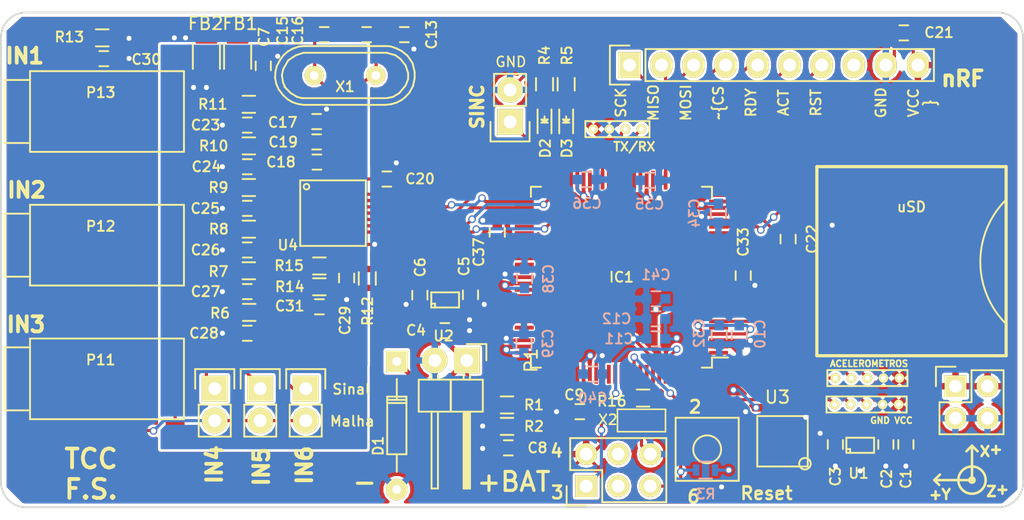
<source format=kicad_pcb>
(kicad_pcb (version 4) (host pcbnew 4.0.2-stable)
  (layers (0 F.Cu signal) (31 B.Cu signal) (34 B.Paste user) (35 F.Paste user) (36 B.SilkS user) (37 F.SilkS user) (38 B.Mask user) (39 F.Mask user) (44 Edge.Cuts user))
  (net 0 "")
  (net 1 GND)
  (net 2 VCC)
  (net 3 "Net-(C2-Pad2)")
  (net 4 /ADCA_REF)
  (net 5 +BAT)
  (net 6 "Net-(C5-Pad2)")
  (net 7 GNDA)
  (net 8 aVDD)
  (net 9 /ADC_A7)
  (net 10 "Net-(C15-Pad2)")
  (net 11 "Net-(C16-Pad2)")
  (net 12 "Net-(C18-Pad2)")
  (net 13 "Net-(C23-Pad1)")
  (net 14 "Net-(C24-Pad1)")
  (net 15 "Net-(C25-Pad1)")
  (net 16 "Net-(C26-Pad1)")
  (net 17 "Net-(C27-Pad1)")
  (net 18 "Net-(C28-Pad1)")
  (net 19 "Net-(C29-Pad1)")
  (net 20 /malha)
  (net 21 "Net-(C31-Pad1)")
  (net 22 "Net-(C31-Pad2)")
  (net 23 "Net-(D2-Pad2)")
  (net 24 "Net-(D2-Pad1)")
  (net 25 "Net-(D3-Pad2)")
  (net 26 "Net-(D3-Pad1)")
  (net 27 /ADC_A6)
  (net 28 /ADC_B1)
  (net 29 /ADC_B2)
  (net 30 /ADC_B3)
  (net 31 /RST_nRF)
  (net 32 /ACT_nRF)
  (net 33 /RDY_nRF)
  (net 34 /~CS_nRF)
  (net 35 /MOSI_nRF)
  (net 36 /MISO_nRF)
  (net 37 /SCK_nRF)
  (net 38 /~SS-uSD)
  (net 39 /MOSI-uSD)
  (net 40 /MISO_uSD)
  (net 41 /SCK-uSD)
  (net 42 "Net-(IC1-Pad47)")
  (net 43 "Net-(IC1-Pad48)")
  (net 44 "Net-(IC1-Pad49)")
  (net 45 "Net-(IC1-Pad50)")
  (net 46 "Net-(IC1-Pad51)")
  (net 47 "Net-(IC1-Pad52)")
  (net 48 "Net-(IC1-Pad89)")
  (net 49 /RESET)
  (net 50 /ADC_A1)
  (net 51 /ADC_A2)
  (net 52 /ADC_A3)
  (net 53 /ADC_A4)
  (net 54 /ADC_A5)
  (net 55 "Net-(P7-Pad1)")
  (net 56 "Net-(P8-Pad1)")
  (net 57 "Net-(P9-Pad1)")
  (net 58 "Net-(P11-Pad3)")
  (net 59 "Net-(P12-Pad3)")
  (net 60 "Net-(P13-Pad3)")
  (net 61 "Net-(R12-Pad2)")
  (net 62 "Net-(R15-Pad2)")
  (net 63 "Net-(IC1-Pad37)")
  (net 64 "Net-(IC1-Pad38)")
  (net 65 "Net-(IC1-Pad42)")
  (net 66 /xt1)
  (net 67 /xt2)
  (module Pin_Headers:Pin_Header_Straight_1x10 (layer F.Cu) (at 226.06 78.4225 90)
    (fp_text reference P10 hide)
    (fp_text value "nRF8001 CON")
    (pad 1 thru_hole rect (at 0 0 90) (size 2.032 1.7272) (drill 1.016) (layers *.Cu *.Mask F.SilkS) (net 37 /SCK_nRF))
    (pad 2 thru_hole oval (at 0 2.54 90) (size 2.032 1.7272) (drill 1.016) (layers *.Cu *.Mask F.SilkS) (net 36 /MISO_nRF))
    (pad 3 thru_hole oval (at 0 5.08 90) (size 2.032 1.7272) (drill 1.016) (layers *.Cu *.Mask F.SilkS) (net 35 /MOSI_nRF))
    (pad 4 thru_hole oval (at 0 7.62 90) (size 2.032 1.7272) (drill 1.016) (layers *.Cu *.Mask F.SilkS) (net 34 /~CS_nRF))
    (pad 5 thru_hole oval (at 0 10.16 90) (size 2.032 1.7272) (drill 1.016) (layers *.Cu *.Mask F.SilkS) (net 33 /RDY_nRF))
    (pad 6 thru_hole oval (at 0 12.7 90) (size 2.032 1.7272) (drill 1.016) (layers *.Cu *.Mask F.SilkS) (net 32 /ACT_nRF))
    (pad 7 thru_hole oval (at 0 15.24 90) (size 2.032 1.7272) (drill 1.016) (layers *.Cu *.Mask F.SilkS) (net 31 /RST_nRF))
    (pad 8 thru_hole oval (at 0 17.78 90) (size 2.032 1.7272) (drill 1.016) (layers *.Cu *.Mask F.SilkS))
    (pad 9 thru_hole oval (at 0 20.32 90) (size 2.032 1.7272) (drill 1.016) (layers *.Cu *.Mask F.SilkS) (net 1 GND))
    (pad 10 thru_hole oval (at 0 22.86 90) (size 2.032 1.7272) (drill 1.016) (layers *.Cu *.Mask F.SilkS) (net 2 VCC))
  )
  (module Capacitors_SMD:C_0603 (layer F.Cu) (at 201.2696 84.5185)
    (fp_text reference C19 (at -2.6543 0.0127) (layer F.SilkS) (effects (font (size 0.8 0.8))))
    (fp_text value 100n)
    (pad 1 smd rect (at -0.75 0) (size 0.8 0.75) (layers F.Cu F.Paste F.Mask) (net 8 aVDD))
    (pad 2 smd rect (at 0.75 0) (size 0.8 0.75) (layers F.Cu F.Paste F.Mask) (net 7 GNDA))
  )
  (module Placa_principal:uSD_5027_normal (layer F.Cu) (at 248.412 93.98 270)
    (fp_text reference SD1 hide)
    (fp_text value uSD (at -4.304 0.001 360) (layer F.SilkS) (effects (font (size 0.8 0.8))))
    (pad 8 smd rect (at -5.05 7.96 270) (size 0.8 1.68) (layers F.Cu F.Paste F.Mask))
    (pad 7 smd rect (at -3.95 7.96 270) (size 0.8 1.68) (layers F.Cu F.Paste F.Mask) (net 40 /MISO_uSD))
    (pad 5 smd rect (at -1.75 7.96 270) (size 0.8 1.68) (layers F.Cu F.Paste F.Mask) (net 41 /SCK-uSD))
    (pad 6 smd rect (at -2.85 7.96 270) (size 0.8 1.68) (layers F.Cu F.Paste F.Mask) (net 1 GND))
    (pad 2 smd rect (at 1.55 7.96 270) (size 0.8 1.68) (layers F.Cu F.Paste F.Mask) (net 38 /~SS-uSD))
    (pad 1 smd rect (at 2.65 7.96 270) (size 0.8 1.68) (layers F.Cu F.Paste F.Mask))
    (pad 3 smd rect (at 0.45 7.96 270) (size 0.8 1.68) (layers F.Cu F.Paste F.Mask) (net 39 /MOSI-uSD))
    (pad 4 smd rect (at -0.65 7.96 270) (size 0.8 1.68) (layers F.Cu F.Paste F.Mask) (net 2 VCC))
    (pad "" smd rect (at 6.2 8.05 270) (size 1.7 1.5) (layers F.Cu F.Paste F.Mask))
    (pad "" smd rect (at -6.55 8.05 270) (size 1.4 1.5) (layers F.Cu F.Paste F.Mask))
    (pad 9 smd rect (at -7.11 6.38 270) (size 1.3 1.3) (layers F.Cu F.Paste F.Mask))
    (pad "" smd rect (at 6.49 -6.8 270) (size 1.5 1.7) (layers F.Cu F.Paste F.Mask))
    (pad 10 smd rect (at -7.11 -0.96 270) (size 1.3 1.4) (layers F.Cu F.Paste F.Mask))
    (pad "" smd rect (at -7 -6.8 270) (size 1.5 1.7) (layers F.Cu F.Paste F.Mask))
  )
  (module Placa_principal_ADXL:ADXL335_correto (layer F.Cu) (at 238.1885 108.2675 180)
    (fp_text reference U3 (at 0.4 3.5 180) (layer F.SilkS))
    (fp_text value ADXL335)
    (pad 4 smd rect (at -2.025 0.975 180) (size 0.8 0.35) (layers F.Cu F.Paste F.Mask))
    (pad 3 smd rect (at -2.025 0.325 180) (size 0.8 0.35) (layers F.Cu F.Paste F.Mask) (net 1 GND))
    (pad 2 smd rect (at -2.025 -0.325 180) (size 0.8 0.35) (layers F.Cu F.Paste F.Mask))
    (pad 1 smd rect (at -2.025 -0.975 180) (size 0.8 0.35) (layers F.Cu F.Paste F.Mask))
    (pad ~ smd rect (at 0 0 180) (size 1.95 1.95) (layers F.Cu F.Paste F.Mask))
    (pad 9 smd rect (at 2.025 0.975 180) (size 0.8 0.35) (layers F.Cu F.Paste F.Mask))
    (pad 10 smd rect (at 2.025 0.325 180) (size 0.8 0.35) (layers F.Cu F.Paste F.Mask) (net 52 /ADC_A3))
    (pad 11 smd rect (at 2.025 -0.325 180) (size 0.8 0.35) (layers F.Cu F.Paste F.Mask))
    (pad 12 smd rect (at 2.025 -0.975 180) (size 0.8 0.35) (layers F.Cu F.Paste F.Mask) (net 51 /ADC_A2))
    (pad 16 smd rect (at -0.975 -2.025 180) (size 0.35 0.8) (layers F.Cu F.Paste F.Mask))
    (pad 15 smd rect (at -0.325 -2.025 180) (size 0.35 0.8) (layers F.Cu F.Paste F.Mask) (net 4 /ADCA_REF))
    (pad 14 smd rect (at 0.325 -2.025 180) (size 0.35 0.8) (layers F.Cu F.Paste F.Mask) (net 4 /ADCA_REF))
    (pad 13 smd rect (at 0.975 -2.025 180) (size 0.35 0.8) (layers F.Cu F.Paste F.Mask))
    (pad 5 smd rect (at -0.975 2.025 180) (size 0.35 0.8) (layers F.Cu F.Paste F.Mask) (net 1 GND))
    (pad 6 smd rect (at -0.325 2.025 180) (size 0.35 0.8) (layers F.Cu F.Paste F.Mask) (net 1 GND))
    (pad 7 smd rect (at 0.325 2.025 180) (size 0.35 0.8) (layers F.Cu F.Paste F.Mask) (net 1 GND))
    (pad 8 smd rect (at 0.975 2.025 180) (size 0.35 0.8) (layers F.Cu F.Paste F.Mask) (net 53 /ADC_A4))
  )
  (module Capacitors_SMD:C_0603 (layer F.Cu) (at 247.9675 108.5215 90)
    (fp_text reference C1 (at -2.7305 0 90) (layer F.SilkS) (effects (font (size 0.8 0.8))))
    (fp_text value 1uF)
    (pad 1 smd rect (at -0.75 0 90) (size 0.8 0.75) (layers F.Cu F.Paste F.Mask) (net 1 GND))
    (pad 2 smd rect (at 0.75 0 90) (size 0.8 0.75) (layers F.Cu F.Paste F.Mask) (net 2 VCC))
  )
  (module Capacitors_SMD:C_0603 (layer F.Cu) (at 246.38 108.5215 90)
    (fp_text reference C2 (at -2.7305 0.0635 270) (layer F.SilkS) (effects (font (size 0.8 0.8))))
    (fp_text value 10nF)
    (pad 1 smd rect (at -0.75 0 90) (size 0.8 0.75) (layers F.Cu F.Paste F.Mask) (net 1 GND))
    (pad 2 smd rect (at 0.75 0 90) (size 0.8 0.75) (layers F.Cu F.Paste F.Mask) (net 3 "Net-(C2-Pad2)"))
  )
  (module Capacitors_SMD:C_0603 (layer F.Cu) (at 242.3795 108.5215 90)
    (fp_text reference C3 (at -2.54 0 90) (layer F.SilkS) (effects (font (size 0.8 0.8))))
    (fp_text value 1uF)
    (pad 1 smd rect (at -0.75 0 90) (size 0.8 0.75) (layers F.Cu F.Paste F.Mask) (net 1 GND))
    (pad 2 smd rect (at 0.75 0 90) (size 0.8 0.75) (layers F.Cu F.Paste F.Mask) (net 4 /ADCA_REF))
  )
  (module Capacitors_SMD:C_0603 (layer F.Cu) (at 211.4296 99.4918 180)
    (fp_text reference C4 (at 2.286 0.0254 180) (layer F.SilkS) (effects (font (size 0.8 0.8))))
    (fp_text value 1uF)
    (pad 1 smd rect (at -0.75 0 180) (size 0.8 0.75) (layers F.Cu F.Paste F.Mask) (net 1 GND))
    (pad 2 smd rect (at 0.75 0 180) (size 0.8 0.75) (layers F.Cu F.Paste F.Mask) (net 5 +BAT))
  )
  (module Capacitors_SMD:C_0603 (layer F.Cu) (at 213.4616 96.647 90)
    (fp_text reference C5 (at 2.2606 -0.508 90) (layer F.SilkS) (effects (font (size 0.8 0.8))))
    (fp_text value 10nF)
    (pad 1 smd rect (at -0.75 0 90) (size 0.8 0.75) (layers F.Cu F.Paste F.Mask) (net 1 GND))
    (pad 2 smd rect (at 0.75 0 90) (size 0.8 0.75) (layers F.Cu F.Paste F.Mask) (net 6 "Net-(C5-Pad2)"))
  )
  (module Capacitors_SMD:C_0603 (layer F.Cu) (at 209.4484 96.6724 90)
    (fp_text reference C6 (at 2.2098 0.0254 90) (layer F.SilkS) (effects (font (size 0.8 0.8))))
    (fp_text value 1uF)
    (pad 1 smd rect (at -0.75 0 90) (size 0.8 0.75) (layers F.Cu F.Paste F.Mask) (net 1 GND))
    (pad 2 smd rect (at 0.75 0 90) (size 0.8 0.75) (layers F.Cu F.Paste F.Mask) (net 2 VCC))
  )
  (module Capacitors_SMD:C_0603 (layer F.Cu) (at 197.0405 78.486 270)
    (fp_text reference C7 (at -2.286 -0.0635 270) (layer F.SilkS) (effects (font (size 0.8 0.8))))
    (fp_text value 1uF)
    (pad 1 smd rect (at -0.75 0 270) (size 0.8 0.75) (layers F.Cu F.Paste F.Mask) (net 7 GNDA))
    (pad 2 smd rect (at 0.75 0 270) (size 0.8 0.75) (layers F.Cu F.Paste F.Mask) (net 8 aVDD))
  )
  (module Capacitors_SMD:C_0603 (layer F.Cu) (at 216.4588 108.7882)
    (fp_text reference C8 (at 2.3114 0 180) (layer F.SilkS) (effects (font (size 0.8 0.8))))
    (fp_text value 1uF)
    (pad 1 smd rect (at -0.75 0) (size 0.8 0.75) (layers F.Cu F.Paste F.Mask) (net 1 GND))
    (pad 2 smd rect (at 0.75 0) (size 0.8 0.75) (layers F.Cu F.Paste F.Mask) (net 50 /ADC_A1))
  )
  (module Capacitors_SMD:C_0603 (layer F.Cu) (at 222.123 105.918 180)
    (fp_text reference C9 (at 0.4445 1.3335 180) (layer F.SilkS) (effects (font (size 0.8 0.8))))
    (fp_text value 10u)
    (pad 1 smd rect (at -0.75 0 180) (size 0.8 0.75) (layers F.Cu F.Paste F.Mask) (net 2 VCC))
    (pad 2 smd rect (at 0.75 0 180) (size 0.8 0.75) (layers F.Cu F.Paste F.Mask) (net 1 GND))
  )
  (module Capacitors_SMD:C_0603 (layer B.Cu) (at 234.7595 99.822 270)
    (fp_text reference C10 (at -0.0635 -1.651 270) (layer B.SilkS) (effects (font (size 0.8 0.8)) (justify mirror)))
    (fp_text value 10u)
    (pad 1 smd rect (at -0.75 0 270) (size 0.8 0.75) (layers B.Cu B.Paste B.Mask) (net 2 VCC))
    (pad 2 smd rect (at 0.75 0 270) (size 0.8 0.75) (layers B.Cu B.Paste B.Mask) (net 1 GND))
  )
  (module Capacitors_SMD:C_0603 (layer B.Cu) (at 228.1555 100.1395)
    (fp_text reference C11 (at -2.921 0) (layer B.SilkS) (effects (font (size 0.8 0.8)) (justify mirror)))
    (fp_text value 10nF)
    (pad 1 smd rect (at -0.75 0) (size 0.8 0.75) (layers B.Cu B.Paste B.Mask) (net 1 GND))
    (pad 2 smd rect (at 0.75 0) (size 0.8 0.75) (layers B.Cu B.Paste B.Mask) (net 4 /ADCA_REF))
  )
  (module Capacitors_SMD:C_0603 (layer B.Cu) (at 228.1555 98.552)
    (fp_text reference C12 (at -3.1115 0) (layer B.SilkS) (effects (font (size 0.8 0.8)) (justify mirror)))
    (fp_text value 10uF)
    (pad 1 smd rect (at -0.75 0) (size 0.8 0.75) (layers B.Cu B.Paste B.Mask) (net 1 GND))
    (pad 2 smd rect (at 0.75 0) (size 0.8 0.75) (layers B.Cu B.Paste B.Mask) (net 4 /ADCA_REF))
  )
  (module Capacitors_SMD:C_0603 (layer F.Cu) (at 201.8665 76.0095 180)
    (fp_text reference C15 (at 3.302 0.3175 450) (layer F.SilkS) (effects (font (size 0.8 0.8))))
    (fp_text value 22p)
    (pad 1 smd rect (at -0.75 0 180) (size 0.8 0.75) (layers F.Cu F.Paste F.Mask) (net 2 VCC))
    (pad 2 smd rect (at 0.75 0 180) (size 0.8 0.75) (layers F.Cu F.Paste F.Mask) (net 10 "Net-(C15-Pad2)"))
  )
  (module Capacitors_SMD:C_0603 (layer F.Cu) (at 205.232 76.0095)
    (fp_text reference C16 (at -5.461 -0.3175 90) (layer F.SilkS) (effects (font (size 0.8 0.8))))
    (fp_text value 22p)
    (pad 1 smd rect (at -0.75 0) (size 0.8 0.75) (layers F.Cu F.Paste F.Mask) (net 2 VCC))
    (pad 2 smd rect (at 0.75 0) (size 0.8 0.75) (layers F.Cu F.Paste F.Mask) (net 11 "Net-(C16-Pad2)"))
  )
  (module Capacitors_SMD:C_0603 (layer F.Cu) (at 201.2696 82.9056)
    (fp_text reference C17 (at -2.6924 0.0635) (layer F.SilkS) (effects (font (size 0.8 0.8))))
    (fp_text value 10u)
    (pad 1 smd rect (at -0.75 0) (size 0.8 0.75) (layers F.Cu F.Paste F.Mask) (net 8 aVDD))
    (pad 2 smd rect (at 0.75 0) (size 0.8 0.75) (layers F.Cu F.Paste F.Mask) (net 7 GNDA))
  )
  (module Capacitors_SMD:C_0603 (layer F.Cu) (at 201.295 86.1187)
    (fp_text reference C18 (at -2.8575 0) (layer F.SilkS) (effects (font (size 0.8 0.8))))
    (fp_text value 1u)
    (pad 1 smd rect (at -0.75 0) (size 0.8 0.75) (layers F.Cu F.Paste F.Mask) (net 7 GNDA))
    (pad 2 smd rect (at 0.75 0) (size 0.8 0.75) (layers F.Cu F.Paste F.Mask) (net 12 "Net-(C18-Pad2)"))
  )
  (module Capacitors_SMD:C_0603 (layer F.Cu) (at 206.8322 87.4649)
    (fp_text reference C20 (at 2.6289 -0.0127 180) (layer F.SilkS) (effects (font (size 0.8 0.8))))
    (fp_text value 100n)
    (pad 1 smd rect (at -0.75 0) (size 0.8 0.75) (layers F.Cu F.Paste F.Mask) (net 2 VCC))
    (pad 2 smd rect (at 0.75 0) (size 0.8 0.75) (layers F.Cu F.Paste F.Mask) (net 1 GND))
  )
  (module Capacitors_SMD:C_0603 (layer F.Cu) (at 247.8024 75.8698)
    (fp_text reference C21 (at 2.794 -0.0254) (layer F.SilkS) (effects (font (size 0.8 0.8))))
    (fp_text value 100nF)
    (pad 1 smd rect (at -0.75 0) (size 0.8 0.75) (layers F.Cu F.Paste F.Mask) (net 1 GND))
    (pad 2 smd rect (at 0.75 0) (size 0.8 0.75) (layers F.Cu F.Paste F.Mask) (net 2 VCC))
  )
  (module Capacitors_SMD:C_0603 (layer F.Cu) (at 238.633 92.2274 270)
    (fp_text reference C22 (at 0 -1.9 270) (layer F.SilkS) (effects (font (size 0.8 0.8))))
    (fp_text value 100nF)
    (pad 1 smd rect (at -0.75 0 270) (size 0.8 0.75) (layers F.Cu F.Paste F.Mask) (net 1 GND))
    (pad 2 smd rect (at 0.75 0 270) (size 0.8 0.75) (layers F.Cu F.Paste F.Mask) (net 2 VCC))
  )
  (module Capacitors_SMD:C_0603 (layer F.Cu) (at 195.7705 83.185 180)
    (fp_text reference C23 (at 3.302 0 180) (layer F.SilkS) (effects (font (size 0.8 0.8))))
    (fp_text value Xn)
    (pad 1 smd rect (at -0.75 0 180) (size 0.8 0.75) (layers F.Cu F.Paste F.Mask) (net 13 "Net-(C23-Pad1)"))
    (pad 2 smd rect (at 0.75 0 180) (size 0.8 0.75) (layers F.Cu F.Paste F.Mask) (net 7 GNDA))
  )
  (module Capacitors_SMD:C_0603 (layer F.Cu) (at 195.7705 86.487 180)
    (fp_text reference C24 (at 3.2385 0 180) (layer F.SilkS) (effects (font (size 0.8 0.8))))
    (fp_text value Xn)
    (pad 1 smd rect (at -0.75 0 180) (size 0.8 0.75) (layers F.Cu F.Paste F.Mask) (net 14 "Net-(C24-Pad1)"))
    (pad 2 smd rect (at 0.75 0 180) (size 0.8 0.75) (layers F.Cu F.Paste F.Mask) (net 7 GNDA))
  )
  (module Capacitors_SMD:C_0603 (layer F.Cu) (at 195.7705 89.789 180)
    (fp_text reference C25 (at 3.3274 -0.0127 180) (layer F.SilkS) (effects (font (size 0.8 0.8))))
    (fp_text value Xn)
    (pad 1 smd rect (at -0.75 0 180) (size 0.8 0.75) (layers F.Cu F.Paste F.Mask) (net 15 "Net-(C25-Pad1)"))
    (pad 2 smd rect (at 0.75 0 180) (size 0.8 0.75) (layers F.Cu F.Paste F.Mask) (net 7 GNDA))
  )
  (module Capacitors_SMD:C_0603 (layer F.Cu) (at 195.7705 93.091 180)
    (fp_text reference C26 (at 3.302 0 180) (layer F.SilkS) (effects (font (size 0.8 0.8))))
    (fp_text value Xn)
    (pad 1 smd rect (at -0.75 0 180) (size 0.8 0.75) (layers F.Cu F.Paste F.Mask) (net 16 "Net-(C26-Pad1)"))
    (pad 2 smd rect (at 0.75 0 180) (size 0.8 0.75) (layers F.Cu F.Paste F.Mask) (net 7 GNDA))
  )
  (module Capacitors_SMD:C_0603 (layer F.Cu) (at 195.7705 96.393 180)
    (fp_text reference C27 (at 3.302 0 180) (layer F.SilkS) (effects (font (size 0.8 0.8))))
    (fp_text value Xn)
    (pad 1 smd rect (at -0.75 0 180) (size 0.8 0.75) (layers F.Cu F.Paste F.Mask) (net 17 "Net-(C27-Pad1)"))
    (pad 2 smd rect (at 0.75 0 180) (size 0.8 0.75) (layers F.Cu F.Paste F.Mask) (net 7 GNDA))
  )
  (module Capacitors_SMD:C_0603 (layer F.Cu) (at 195.7705 99.695 180)
    (fp_text reference C28 (at 3.429 0 180) (layer F.SilkS) (effects (font (size 0.8 0.8))))
    (fp_text value Xn)
    (pad 1 smd rect (at -0.75 0 180) (size 0.8 0.75) (layers F.Cu F.Paste F.Mask) (net 18 "Net-(C28-Pad1)"))
    (pad 2 smd rect (at 0.75 0 180) (size 0.8 0.75) (layers F.Cu F.Paste F.Mask) (net 7 GNDA))
  )
  (module Capacitors_SMD:C_0603 (layer F.Cu) (at 203.6445 95.3135 270)
    (fp_text reference C29 (at 3.3655 0.127 270) (layer F.SilkS) (effects (font (size 0.8 0.8))))
    (fp_text value 100n)
    (pad 1 smd rect (at -0.75 0 270) (size 0.8 0.75) (layers F.Cu F.Paste F.Mask) (net 19 "Net-(C29-Pad1)"))
    (pad 2 smd rect (at 0.75 0 270) (size 0.8 0.75) (layers F.Cu F.Paste F.Mask) (net 7 GNDA))
  )
  (module Capacitors_SMD:C_0603 (layer F.Cu) (at 184.404 77.9145 180)
    (fp_text reference C30 (at -3.3655 -0.0635 180) (layer F.SilkS) (effects (font (size 0.8 0.8))))
    (fp_text value 10nF)
    (pad 1 smd rect (at -0.75 0 180) (size 0.8 0.75) (layers F.Cu F.Paste F.Mask) (net 1 GND))
    (pad 2 smd rect (at 0.75 0 180) (size 0.8 0.75) (layers F.Cu F.Paste F.Mask) (net 20 /malha))
  )
  (module Capacitors_SMD:C_0603 (layer F.Cu) (at 201.4855 97.5995 180)
    (fp_text reference C31 (at 2.3495 0.0635 180) (layer F.SilkS) (effects (font (size 0.8 0.8))))
    (fp_text value 1.5n)
    (pad 1 smd rect (at -0.75 0 180) (size 0.8 0.75) (layers F.Cu F.Paste F.Mask) (net 21 "Net-(C31-Pad1)"))
    (pad 2 smd rect (at 0.75 0 180) (size 0.8 0.75) (layers F.Cu F.Paste F.Mask) (net 22 "Net-(C31-Pad2)"))
  )
  (module Capacitors_SMD:C_0603 (layer B.Cu) (at 233.172 99.822 270)
    (fp_text reference C32 (at -0.127 1.5875 270) (layer B.SilkS) (effects (font (size 0.8 0.8)) (justify mirror)))
    (fp_text value 100n)
    (pad 1 smd rect (at -0.75 0 270) (size 0.8 0.75) (layers B.Cu B.Paste B.Mask) (net 2 VCC))
    (pad 2 smd rect (at 0.75 0 270) (size 0.8 0.75) (layers B.Cu B.Paste B.Mask) (net 1 GND))
  )
  (module Capacitors_SMD:C_0603 (layer F.Cu) (at 235.077 95.123 270)
    (fp_text reference C33 (at -2.667 0 270) (layer F.SilkS) (effects (font (size 0.8 0.8))))
    (fp_text value 100n)
    (pad 1 smd rect (at -0.75 0 270) (size 0.8 0.75) (layers F.Cu F.Paste F.Mask) (net 2 VCC))
    (pad 2 smd rect (at 0.75 0 270) (size 0.8 0.75) (layers F.Cu F.Paste F.Mask) (net 1 GND))
  )
  (module Capacitors_SMD:C_0603 (layer B.Cu) (at 233.1085 90.17 270)
    (fp_text reference C34 (at 0 1.9 270) (layer B.SilkS) (effects (font (size 0.8 0.8)) (justify mirror)))
    (fp_text value 100n)
    (pad 1 smd rect (at -0.75 0 270) (size 0.8 0.75) (layers B.Cu B.Paste B.Mask) (net 2 VCC))
    (pad 2 smd rect (at 0.75 0 270) (size 0.8 0.75) (layers B.Cu B.Paste B.Mask) (net 1 GND))
  )
  (module Capacitors_SMD:C_0603 (layer B.Cu) (at 227.6475 87.5665)
    (fp_text reference C35 (at 0 1.9) (layer B.SilkS) (effects (font (size 0.8 0.8)) (justify mirror)))
    (fp_text value 100n)
    (pad 1 smd rect (at -0.75 0) (size 0.8 0.75) (layers B.Cu B.Paste B.Mask) (net 2 VCC))
    (pad 2 smd rect (at 0.75 0) (size 0.8 0.75) (layers B.Cu B.Paste B.Mask) (net 1 GND))
  )
  (module Capacitors_SMD:C_0603 (layer B.Cu) (at 222.6945 87.503)
    (fp_text reference C36 (at 0 1.9) (layer B.SilkS) (effects (font (size 0.8 0.8)) (justify mirror)))
    (fp_text value 100n)
    (pad 1 smd rect (at -0.75 0) (size 0.8 0.75) (layers B.Cu B.Paste B.Mask) (net 2 VCC))
    (pad 2 smd rect (at 0.75 0) (size 0.8 0.75) (layers B.Cu B.Paste B.Mask) (net 1 GND))
  )
  (module Capacitors_SMD:C_0603 (layer F.Cu) (at 215.5825 91.694 90)
    (fp_text reference C37 (at -1.5748 -1.4605 90) (layer F.SilkS) (effects (font (size 0.8 0.8))))
    (fp_text value 100n)
    (pad 1 smd rect (at -0.75 0 90) (size 0.8 0.75) (layers F.Cu F.Paste F.Mask) (net 2 VCC))
    (pad 2 smd rect (at 0.75 0 90) (size 0.8 0.75) (layers F.Cu F.Paste F.Mask) (net 1 GND))
  )
  (module Capacitors_SMD:C_0603 (layer B.Cu) (at 217.7415 95.377 90)
    (fp_text reference C38 (at 0 1.9 90) (layer B.SilkS) (effects (font (size 0.8 0.8)) (justify mirror)))
    (fp_text value 100n)
    (pad 1 smd rect (at -0.75 0 90) (size 0.8 0.75) (layers B.Cu B.Paste B.Mask) (net 2 VCC))
    (pad 2 smd rect (at 0.75 0 90) (size 0.8 0.75) (layers B.Cu B.Paste B.Mask) (net 1 GND))
  )
  (module Capacitors_SMD:C_0603 (layer B.Cu) (at 217.7 100.5 90)
    (fp_text reference C39 (at 0 1.9 90) (layer B.SilkS) (effects (font (size 0.8 0.8)) (justify mirror)))
    (fp_text value 100n)
    (pad 1 smd rect (at -0.75 0 90) (size 0.8 0.75) (layers B.Cu B.Paste B.Mask) (net 2 VCC))
    (pad 2 smd rect (at 0.75 0 90) (size 0.8 0.75) (layers B.Cu B.Paste B.Mask) (net 1 GND))
  )
  (module Capacitors_SMD:C_0603 (layer B.Cu) (at 223.139 102.9335)
    (fp_text reference C40 (at 0 1.9) (layer B.SilkS) (effects (font (size 0.8 0.8)) (justify mirror)))
    (fp_text value 100n)
    (pad 1 smd rect (at -0.75 0) (size 0.8 0.75) (layers B.Cu B.Paste B.Mask) (net 2 VCC))
    (pad 2 smd rect (at 0.75 0) (size 0.8 0.75) (layers B.Cu B.Paste B.Mask) (net 1 GND))
  )
  (module Capacitors_SMD:C_0603 (layer B.Cu) (at 228.1555 96.9645 180)
    (fp_text reference C41 (at 0 1.9 180) (layer B.SilkS) (effects (font (size 0.8 0.8)) (justify mirror)))
    (fp_text value 100n)
    (pad 1 smd rect (at -0.75 0 180) (size 0.8 0.75) (layers B.Cu B.Paste B.Mask) (net 2 VCC))
    (pad 2 smd rect (at 0.75 0 180) (size 0.8 0.75) (layers B.Cu B.Paste B.Mask) (net 1 GND))
  )
  (module Diodes_ThroughHole:Diode_DO-35_SOD27_Horizontal_RM10 (layer F.Cu) (at 207.6196 101.9302 270)
    (fp_text reference D1 (at 6.7056 1.4732 270) (layer F.SilkS) (effects (font (size 0.8 0.8))))
    (fp_text value "Z 5.7V")
    (pad 1 thru_hole circle (at 10.16052 -0.00254 90) (size 1.69926 1.69926) (drill 0.7) (layers *.Cu *.Mask F.SilkS) (net 1 GND))
    (pad 2 thru_hole rect (at 0.00052 -0.00254 90) (size 1.69926 1.69926) (drill 0.7) (layers *.Cu *.Mask F.SilkS) (net 5 +BAT))
  )
  (module LEDs:LED_0603 (layer F.Cu) (at 219.329 82.7405 90)
    (fp_text reference D2 (at -2.286 0.0635 90) (layer F.SilkS) (effects (font (size 0.8 0.8))))
    (fp_text value LED)
    (pad 2 smd rect (at 0.7493 0 270) (size 0.79756 0.79756) (layers F.Cu F.Paste F.Mask) (net 23 "Net-(D2-Pad2)"))
    (pad 1 smd rect (at -0.7493 0 270) (size 0.79756 0.79756) (layers F.Cu F.Paste F.Mask) (net 24 "Net-(D2-Pad1)"))
  )
  (module LEDs:LED_0603 (layer F.Cu) (at 221.0435 82.7405 90)
    (fp_text reference D3 (at -2.286 0.0635 90) (layer F.SilkS) (effects (font (size 0.8 0.8))))
    (fp_text value LED)
    (pad 2 smd rect (at 0.7493 0 270) (size 0.79756 0.79756) (layers F.Cu F.Paste F.Mask) (net 25 "Net-(D3-Pad2)"))
    (pad 1 smd rect (at -0.7493 0 270) (size 0.79756 0.79756) (layers F.Cu F.Paste F.Mask) (net 26 "Net-(D3-Pad1)"))
  )
  (module Housings_QFP:TQFP-100_14x14mm_Pitch0.5mm (layer F.Cu) (at 225.425 95.25 180)
    (fp_text reference IC1 (at 0 0 180) (layer F.SilkS) (effects (font (size 0.8 0.8))))
    (fp_text value ATXMEGA128A1U-A)
    (pad 1 smd rect (at -7.7 -6 180) (size 1.5 0.3) (layers F.Cu F.Paste F.Mask) (net 27 /ADC_A6))
    (pad 2 smd rect (at -7.7 -5.5 180) (size 1.5 0.3) (layers F.Cu F.Paste F.Mask) (net 9 /ADC_A7))
    (pad 3 smd rect (at -7.7 -5 180) (size 1.5 0.3) (layers F.Cu F.Paste F.Mask) (net 1 GND))
    (pad 4 smd rect (at -7.7 -4.5 180) (size 1.5 0.3) (layers F.Cu F.Paste F.Mask) (net 2 VCC))
    (pad 5 smd rect (at -7.7 -4 180) (size 1.5 0.3) (layers F.Cu F.Paste F.Mask))
    (pad 6 smd rect (at -7.7 -3.5 180) (size 1.5 0.3) (layers F.Cu F.Paste F.Mask) (net 28 /ADC_B1))
    (pad 7 smd rect (at -7.7 -3 180) (size 1.5 0.3) (layers F.Cu F.Paste F.Mask) (net 29 /ADC_B2))
    (pad 8 smd rect (at -7.7 -2.5 180) (size 1.5 0.3) (layers F.Cu F.Paste F.Mask) (net 30 /ADC_B3))
    (pad 9 smd rect (at -7.7 -2 180) (size 1.5 0.3) (layers F.Cu F.Paste F.Mask))
    (pad 10 smd rect (at -7.7 -1.5 180) (size 1.5 0.3) (layers F.Cu F.Paste F.Mask))
    (pad 11 smd rect (at -7.7 -1 180) (size 1.5 0.3) (layers F.Cu F.Paste F.Mask))
    (pad 12 smd rect (at -7.7 -0.5 180) (size 1.5 0.3) (layers F.Cu F.Paste F.Mask))
    (pad 13 smd rect (at -7.7 0 180) (size 1.5 0.3) (layers F.Cu F.Paste F.Mask) (net 1 GND))
    (pad 14 smd rect (at -7.7 0.5 180) (size 1.5 0.3) (layers F.Cu F.Paste F.Mask) (net 2 VCC))
    (pad 15 smd rect (at -7.7 1 180) (size 1.5 0.3) (layers F.Cu F.Paste F.Mask))
    (pad 16 smd rect (at -7.7 1.5 180) (size 1.5 0.3) (layers F.Cu F.Paste F.Mask))
    (pad 17 smd rect (at -7.7 2 180) (size 1.5 0.3) (layers F.Cu F.Paste F.Mask))
    (pad 18 smd rect (at -7.7 2.5 180) (size 1.5 0.3) (layers F.Cu F.Paste F.Mask))
    (pad 19 smd rect (at -7.7 3 180) (size 1.5 0.3) (layers F.Cu F.Paste F.Mask) (net 38 /~SS-uSD))
    (pad 20 smd rect (at -7.7 3.5 180) (size 1.5 0.3) (layers F.Cu F.Paste F.Mask) (net 39 /MOSI-uSD))
    (pad 21 smd rect (at -7.7 4 180) (size 1.5 0.3) (layers F.Cu F.Paste F.Mask) (net 40 /MISO_uSD))
    (pad 22 smd rect (at -7.7 4.5 180) (size 1.5 0.3) (layers F.Cu F.Paste F.Mask) (net 41 /SCK-uSD))
    (pad 23 smd rect (at -7.7 5 180) (size 1.5 0.3) (layers F.Cu F.Paste F.Mask) (net 1 GND))
    (pad 24 smd rect (at -7.7 5.5 180) (size 1.5 0.3) (layers F.Cu F.Paste F.Mask) (net 2 VCC))
    (pad 25 smd rect (at -7.7 6 180) (size 1.5 0.3) (layers F.Cu F.Paste F.Mask))
    (pad 26 smd rect (at -6 7.7 270) (size 1.5 0.3) (layers F.Cu F.Paste F.Mask) (net 31 /RST_nRF))
    (pad 27 smd rect (at -5.5 7.7 270) (size 1.5 0.3) (layers F.Cu F.Paste F.Mask) (net 32 /ACT_nRF))
    (pad 28 smd rect (at -5 7.7 270) (size 1.5 0.3) (layers F.Cu F.Paste F.Mask) (net 33 /RDY_nRF))
    (pad 29 smd rect (at -4.5 7.7 270) (size 1.5 0.3) (layers F.Cu F.Paste F.Mask) (net 34 /~CS_nRF))
    (pad 30 smd rect (at -4 7.7 270) (size 1.5 0.3) (layers F.Cu F.Paste F.Mask) (net 35 /MOSI_nRF))
    (pad 31 smd rect (at -3.5 7.7 270) (size 1.5 0.3) (layers F.Cu F.Paste F.Mask) (net 36 /MISO_nRF))
    (pad 32 smd rect (at -3 7.7 270) (size 1.5 0.3) (layers F.Cu F.Paste F.Mask) (net 37 /SCK_nRF))
    (pad 33 smd rect (at -2.5 7.7 270) (size 1.5 0.3) (layers F.Cu F.Paste F.Mask) (net 1 GND))
    (pad 34 smd rect (at -2 7.7 270) (size 1.5 0.3) (layers F.Cu F.Paste F.Mask) (net 2 VCC))
    (pad 35 smd rect (at -1.5 7.7 270) (size 1.5 0.3) (layers F.Cu F.Paste F.Mask))
    (pad 36 smd rect (at -1 7.7 270) (size 1.5 0.3) (layers F.Cu F.Paste F.Mask))
    (pad 37 smd rect (at -0.5 7.7 270) (size 1.5 0.3) (layers F.Cu F.Paste F.Mask) (net 63 "Net-(IC1-Pad37)"))
    (pad 38 smd rect (at 0 7.7 270) (size 1.5 0.3) (layers F.Cu F.Paste F.Mask) (net 64 "Net-(IC1-Pad38)"))
    (pad 39 smd rect (at 0.5 7.7 270) (size 1.5 0.3) (layers F.Cu F.Paste F.Mask))
    (pad 40 smd rect (at 1 7.7 270) (size 1.5 0.3) (layers F.Cu F.Paste F.Mask) (net 26 "Net-(D3-Pad1)"))
    (pad 41 smd rect (at 1.5 7.7 270) (size 1.5 0.3) (layers F.Cu F.Paste F.Mask) (net 24 "Net-(D2-Pad1)"))
    (pad 42 smd rect (at 2 7.7 270) (size 1.5 0.3) (layers F.Cu F.Paste F.Mask) (net 65 "Net-(IC1-Pad42)"))
    (pad 43 smd rect (at 2.5 7.7 270) (size 1.5 0.3) (layers F.Cu F.Paste F.Mask) (net 1 GND))
    (pad 44 smd rect (at 3 7.7 270) (size 1.5 0.3) (layers F.Cu F.Paste F.Mask) (net 2 VCC))
    (pad 45 smd rect (at 3.5 7.7 270) (size 1.5 0.3) (layers F.Cu F.Paste F.Mask))
    (pad 46 smd rect (at 4 7.7 270) (size 1.5 0.3) (layers F.Cu F.Paste F.Mask))
    (pad 47 smd rect (at 4.5 7.7 270) (size 1.5 0.3) (layers F.Cu F.Paste F.Mask) (net 42 "Net-(IC1-Pad47)"))
    (pad 48 smd rect (at 5 7.7 270) (size 1.5 0.3) (layers F.Cu F.Paste F.Mask) (net 43 "Net-(IC1-Pad48)"))
    (pad 49 smd rect (at 5.5 7.7 270) (size 1.5 0.3) (layers F.Cu F.Paste F.Mask) (net 44 "Net-(IC1-Pad49)"))
    (pad 50 smd rect (at 6 7.7 270) (size 1.5 0.3) (layers F.Cu F.Paste F.Mask) (net 45 "Net-(IC1-Pad50)"))
    (pad 51 smd rect (at 7.7 6 180) (size 1.5 0.3) (layers F.Cu F.Paste F.Mask) (net 46 "Net-(IC1-Pad51)"))
    (pad 52 smd rect (at 7.7 5.5 180) (size 1.5 0.3) (layers F.Cu F.Paste F.Mask) (net 47 "Net-(IC1-Pad52)"))
    (pad 53 smd rect (at 7.7 5 180) (size 1.5 0.3) (layers F.Cu F.Paste F.Mask) (net 1 GND))
    (pad 54 smd rect (at 7.7 4.5 180) (size 1.5 0.3) (layers F.Cu F.Paste F.Mask) (net 2 VCC))
    (pad 55 smd rect (at 7.7 4 180) (size 1.5 0.3) (layers F.Cu F.Paste F.Mask))
    (pad 56 smd rect (at 7.7 3.5 180) (size 1.5 0.3) (layers F.Cu F.Paste F.Mask))
    (pad 57 smd rect (at 7.7 3 180) (size 1.5 0.3) (layers F.Cu F.Paste F.Mask))
    (pad 58 smd rect (at 7.7 2.5 180) (size 1.5 0.3) (layers F.Cu F.Paste F.Mask))
    (pad 59 smd rect (at 7.7 2 180) (size 1.5 0.3) (layers F.Cu F.Paste F.Mask))
    (pad 60 smd rect (at 7.7 1.5 180) (size 1.5 0.3) (layers F.Cu F.Paste F.Mask))
    (pad 61 smd rect (at 7.7 1 180) (size 1.5 0.3) (layers F.Cu F.Paste F.Mask))
    (pad 62 smd rect (at 7.7 0.5 180) (size 1.5 0.3) (layers F.Cu F.Paste F.Mask))
    (pad 63 smd rect (at 7.7 0 180) (size 1.5 0.3) (layers F.Cu F.Paste F.Mask) (net 1 GND))
    (pad 64 smd rect (at 7.7 -0.5 180) (size 1.5 0.3) (layers F.Cu F.Paste F.Mask) (net 2 VCC))
    (pad 65 smd rect (at 7.7 -1 180) (size 1.5 0.3) (layers F.Cu F.Paste F.Mask))
    (pad 66 smd rect (at 7.7 -1.5 180) (size 1.5 0.3) (layers F.Cu F.Paste F.Mask))
    (pad 67 smd rect (at 7.7 -2 180) (size 1.5 0.3) (layers F.Cu F.Paste F.Mask))
    (pad 68 smd rect (at 7.7 -2.5 180) (size 1.5 0.3) (layers F.Cu F.Paste F.Mask))
    (pad 69 smd rect (at 7.7 -3 180) (size 1.5 0.3) (layers F.Cu F.Paste F.Mask))
    (pad 70 smd rect (at 7.7 -3.5 180) (size 1.5 0.3) (layers F.Cu F.Paste F.Mask))
    (pad 71 smd rect (at 7.7 -4 180) (size 1.5 0.3) (layers F.Cu F.Paste F.Mask))
    (pad 72 smd rect (at 7.7 -4.5 180) (size 1.5 0.3) (layers F.Cu F.Paste F.Mask))
    (pad 73 smd rect (at 7.7 -5 180) (size 1.5 0.3) (layers F.Cu F.Paste F.Mask) (net 1 GND))
    (pad 74 smd rect (at 7.7 -5.5 180) (size 1.5 0.3) (layers F.Cu F.Paste F.Mask) (net 2 VCC))
    (pad 75 smd rect (at 7.7 -6 180) (size 1.5 0.3) (layers F.Cu F.Paste F.Mask))
    (pad 76 smd rect (at 6 -7.7 270) (size 1.5 0.3) (layers F.Cu F.Paste F.Mask))
    (pad 77 smd rect (at 5.5 -7.7 270) (size 1.5 0.3) (layers F.Cu F.Paste F.Mask))
    (pad 78 smd rect (at 5 -7.7 270) (size 1.5 0.3) (layers F.Cu F.Paste F.Mask))
    (pad 79 smd rect (at 4.5 -7.7 270) (size 1.5 0.3) (layers F.Cu F.Paste F.Mask))
    (pad 80 smd rect (at 4 -7.7 270) (size 1.5 0.3) (layers F.Cu F.Paste F.Mask))
    (pad 81 smd rect (at 3.5 -7.7 270) (size 1.5 0.3) (layers F.Cu F.Paste F.Mask))
    (pad 82 smd rect (at 3 -7.7 270) (size 1.5 0.3) (layers F.Cu F.Paste F.Mask))
    (pad 83 smd rect (at 2.5 -7.7 270) (size 1.5 0.3) (layers F.Cu F.Paste F.Mask) (net 2 VCC))
    (pad 84 smd rect (at 2 -7.7 270) (size 1.5 0.3) (layers F.Cu F.Paste F.Mask) (net 1 GND))
    (pad 85 smd rect (at 1.5 -7.7 270) (size 1.5 0.3) (layers F.Cu F.Paste F.Mask))
    (pad 86 smd rect (at 1 -7.7 270) (size 1.5 0.3) (layers F.Cu F.Paste F.Mask))
    (pad 87 smd rect (at 0.5 -7.7 270) (size 1.5 0.3) (layers F.Cu F.Paste F.Mask))
    (pad 88 smd rect (at 0 -7.7 270) (size 1.5 0.3) (layers F.Cu F.Paste F.Mask))
    (pad 89 smd rect (at -0.5 -7.7 270) (size 1.5 0.3) (layers F.Cu F.Paste F.Mask) (net 48 "Net-(IC1-Pad89)"))
    (pad 90 smd rect (at -1 -7.7 270) (size 1.5 0.3) (layers F.Cu F.Paste F.Mask) (net 49 /RESET))
    (pad 91 smd rect (at -1.5 -7.7 270) (size 1.5 0.3) (layers F.Cu F.Paste F.Mask) (net 66 /xt1))
    (pad 92 smd rect (at -2 -7.7 270) (size 1.5 0.3) (layers F.Cu F.Paste F.Mask) (net 67 /xt2))
    (pad 93 smd rect (at -2.5 -7.7 270) (size 1.5 0.3) (layers F.Cu F.Paste F.Mask) (net 1 GND))
    (pad 94 smd rect (at -3 -7.7 270) (size 1.5 0.3) (layers F.Cu F.Paste F.Mask) (net 2 VCC))
    (pad 95 smd rect (at -3.5 -7.7 270) (size 1.5 0.3) (layers F.Cu F.Paste F.Mask) (net 4 /ADCA_REF))
    (pad 96 smd rect (at -4 -7.7 270) (size 1.5 0.3) (layers F.Cu F.Paste F.Mask) (net 50 /ADC_A1))
    (pad 97 smd rect (at -4.5 -7.7 270) (size 1.5 0.3) (layers F.Cu F.Paste F.Mask) (net 51 /ADC_A2))
    (pad 98 smd rect (at -5 -7.7 270) (size 1.5 0.3) (layers F.Cu F.Paste F.Mask) (net 52 /ADC_A3))
    (pad 99 smd rect (at -5.5 -7.7 270) (size 1.5 0.3) (layers F.Cu F.Paste F.Mask) (net 53 /ADC_A4))
    (pad 100 smd rect (at -6 -7.7 270) (size 1.5 0.3) (layers F.Cu F.Paste F.Mask) (net 54 /ADC_A5))
  )
  (module Pin_Headers:Pin_Header_Straight_2x02 (layer F.Cu) (at 251.9 103.9)
    (fp_text reference P2 hide)
    (fp_text value CONN_02X02)
    (pad 1 thru_hole rect (at 0 0) (size 1.7272 1.7272) (drill 1.016) (layers *.Cu *.Mask F.SilkS) (net 2 VCC))
    (pad 2 thru_hole oval (at 2.54 0) (size 1.7272 1.7272) (drill 1.016) (layers *.Cu *.Mask F.SilkS) (net 2 VCC))
    (pad 3 thru_hole oval (at 0 2.54) (size 1.7272 1.7272) (drill 1.016) (layers *.Cu *.Mask F.SilkS) (net 1 GND))
    (pad 4 thru_hole oval (at 2.54 2.54) (size 1.7272 1.7272) (drill 1.016) (layers *.Cu *.Mask F.SilkS) (net 1 GND))
  )
  (module Pin_Headers:Pin_Header_Straight_2x03 (layer F.Cu) (at 222.631 111.8235 90)
    (fp_text reference P3 hide)
    (fp_text value PDI)
    (pad 1 thru_hole rect (at 0 0 90) (size 1.7272 1.7272) (drill 1.016) (layers *.Cu *.Mask F.SilkS) (net 48 "Net-(IC1-Pad89)"))
    (pad 2 thru_hole oval (at 2.54 0 90) (size 1.7272 1.7272) (drill 1.016) (layers *.Cu *.Mask F.SilkS) (net 2 VCC))
    (pad 3 thru_hole oval (at 0 2.54 90) (size 1.7272 1.7272) (drill 1.016) (layers *.Cu *.Mask F.SilkS))
    (pad 4 thru_hole oval (at 2.54 2.54 90) (size 1.7272 1.7272) (drill 1.016) (layers *.Cu *.Mask F.SilkS))
    (pad 5 thru_hole oval (at 0 5.08 90) (size 1.7272 1.7272) (drill 1.016) (layers *.Cu *.Mask F.SilkS) (net 49 /RESET))
    (pad 6 thru_hole oval (at 2.54 5.08 90) (size 1.7272 1.7272) (drill 1.016) (layers *.Cu *.Mask F.SilkS) (net 1 GND))
  )
  (module Placa_principal:5-pin-50mil (layer F.Cu) (at 244.856 105.3465 180)
    (fp_text reference P4 hide)
    (fp_text value Acelerometro)
    (pad 5 thru_hole circle (at 2.54 0 180) (size 0.762 0.762) (drill 0.381) (layers *.Cu *.Mask F.SilkS) (net 54 /ADC_A5))
    (pad 1 thru_hole circle (at -2.54 0 180) (size 0.762 0.762) (drill 0.381) (layers *.Cu *.Mask F.SilkS) (net 4 /ADCA_REF))
    (pad 2 thru_hole circle (at -1.27 0 180) (size 0.762 0.762) (drill 0.381) (layers *.Cu *.Mask F.SilkS) (net 1 GND))
    (pad 3 thru_hole circle (at 0 0 180) (size 0.762 0.762) (drill 0.381) (layers *.Cu *.Mask F.SilkS) (net 9 /ADC_A7))
    (pad 4 thru_hole circle (at 1.27 0 180) (size 0.762 0.762) (drill 0.381) (layers *.Cu *.Mask F.SilkS) (net 27 /ADC_A6))
  )
  (module Placa_principal:5-pin-50mil (layer F.Cu) (at 244.9195 103.251 180)
    (fp_text reference P5 hide)
    (fp_text value Acelerometro)
    (pad 5 thru_hole circle (at 2.54 0 180) (size 0.762 0.762) (drill 0.381) (layers *.Cu *.Mask F.SilkS) (net 28 /ADC_B1))
    (pad 1 thru_hole circle (at -2.54 0 180) (size 0.762 0.762) (drill 0.381) (layers *.Cu *.Mask F.SilkS) (net 4 /ADCA_REF))
    (pad 2 thru_hole circle (at -1.27 0 180) (size 0.762 0.762) (drill 0.381) (layers *.Cu *.Mask F.SilkS) (net 1 GND))
    (pad 3 thru_hole circle (at 0 0 180) (size 0.762 0.762) (drill 0.381) (layers *.Cu *.Mask F.SilkS) (net 30 /ADC_B3))
    (pad 4 thru_hole circle (at 1.27 0 180) (size 0.762 0.762) (drill 0.381) (layers *.Cu *.Mask F.SilkS) (net 29 /ADC_B2))
  )
  (module Pin_Headers:Pin_Header_Straight_1x02 (layer F.Cu) (at 216.5985 82.931 180)
    (fp_text reference P6 hide)
    (fp_text value CONN_01X02)
    (pad 1 thru_hole rect (at 0 0 180) (size 2.032 2.032) (drill 1.016) (layers *.Cu *.Mask F.SilkS) (net 65 "Net-(IC1-Pad42)"))
    (pad 2 thru_hole oval (at 0 2.54 180) (size 2.032 2.032) (drill 1.016) (layers *.Cu *.Mask F.SilkS) (net 1 GND))
  )
  (module Pin_Headers:Pin_Header_Straight_1x02 (layer F.Cu) (at 200.406 104.0892)
    (fp_text reference P7 hide)
    (fp_text value CONN_01X02)
    (pad 1 thru_hole rect (at 0 0) (size 2.032 2.032) (drill 1.016) (layers *.Cu *.Mask F.SilkS) (net 55 "Net-(P7-Pad1)"))
    (pad 2 thru_hole oval (at 0 2.54) (size 2.032 2.032) (drill 1.016) (layers *.Cu *.Mask F.SilkS) (net 20 /malha))
  )
  (module Pin_Headers:Pin_Header_Straight_1x02 (layer F.Cu) (at 196.7992 104.0892)
    (fp_text reference P8 hide)
    (fp_text value CONN_01X02)
    (pad 1 thru_hole rect (at 0 0) (size 2.032 2.032) (drill 1.016) (layers *.Cu *.Mask F.SilkS) (net 56 "Net-(P8-Pad1)"))
    (pad 2 thru_hole oval (at 0 2.54) (size 2.032 2.032) (drill 1.016) (layers *.Cu *.Mask F.SilkS) (net 20 /malha))
  )
  (module Pin_Headers:Pin_Header_Straight_1x02 (layer F.Cu) (at 193.1924 104.0892)
    (fp_text reference P9 hide)
    (fp_text value CONN_01X02)
    (pad 1 thru_hole rect (at 0 0) (size 2.032 2.032) (drill 1.016) (layers *.Cu *.Mask F.SilkS) (net 57 "Net-(P9-Pad1)"))
    (pad 2 thru_hole oval (at 0 2.54) (size 2.032 2.032) (drill 1.016) (layers *.Cu *.Mask F.SilkS) (net 20 /malha))
  )
  (module Placa_principal:J2-connector (layer F.Cu) (at 190.754 103.3145 180)
    (fp_text reference P11 (at 6.6 1.5 180) (layer F.SilkS) (effects (font (size 0.8 0.8))))
    (fp_text value MIC-CON-MONO)
    (pad 1 smd rect (at 9 -4.1 180) (size 1.5 1.7) (layers F.Cu F.Paste F.Mask) (net 20 /malha))
    (pad 2 smd rect (at 6.2 -4.1 180) (size 1.5 1.7) (layers F.Cu F.Paste F.Mask) (net 20 /malha))
    (pad 3 smd rect (at 0.7 -4.1 180) (size 1.5 1.7) (layers F.Cu F.Paste F.Mask) (net 58 "Net-(P11-Pad3)"))
    (pad 4 smd rect (at 0.7 4.1 180) (size 1.5 1.7) (layers F.Cu F.Paste F.Mask) (net 58 "Net-(P11-Pad3)"))
    (pad 5 smd rect (at 9.3 4.1 180) (size 1.5 1.7) (layers F.Cu F.Paste F.Mask) (net 20 /malha))
  )
  (module Placa_principal:J2-connector (layer F.Cu) (at 190.754 92.71 180)
    (fp_text reference P12 (at 6.6 1.5 180) (layer F.SilkS) (effects (font (size 0.8 0.8))))
    (fp_text value MIC-CON-MONO)
    (pad 1 smd rect (at 9 -4.1 180) (size 1.5 1.7) (layers F.Cu F.Paste F.Mask) (net 20 /malha))
    (pad 2 smd rect (at 6.2 -4.1 180) (size 1.5 1.7) (layers F.Cu F.Paste F.Mask) (net 20 /malha))
    (pad 3 smd rect (at 0.7 -4.1 180) (size 1.5 1.7) (layers F.Cu F.Paste F.Mask) (net 59 "Net-(P12-Pad3)"))
    (pad 4 smd rect (at 0.7 4.1 180) (size 1.5 1.7) (layers F.Cu F.Paste F.Mask) (net 59 "Net-(P12-Pad3)"))
    (pad 5 smd rect (at 9.3 4.1 180) (size 1.5 1.7) (layers F.Cu F.Paste F.Mask) (net 20 /malha))
  )
  (module Placa_principal:J2-connector (layer F.Cu) (at 190.754 82.1055 180)
    (fp_text reference P13 (at 6.6 1.5 180) (layer F.SilkS) (effects (font (size 0.8 0.8))))
    (fp_text value MIC-CON-MONO)
    (pad 1 smd rect (at 9 -4.1 180) (size 1.5 1.7) (layers F.Cu F.Paste F.Mask) (net 20 /malha))
    (pad 2 smd rect (at 6.2 -4.1 180) (size 1.5 1.7) (layers F.Cu F.Paste F.Mask) (net 20 /malha))
    (pad 3 smd rect (at 0.7 -4.1 180) (size 1.5 1.7) (layers F.Cu F.Paste F.Mask) (net 60 "Net-(P13-Pad3)"))
    (pad 4 smd rect (at 0.7 4.1 180) (size 1.5 1.7) (layers F.Cu F.Paste F.Mask) (net 60 "Net-(P13-Pad3)"))
    (pad 5 smd rect (at 9.3 4.1 180) (size 1.5 1.7) (layers F.Cu F.Paste F.Mask) (net 20 /malha))
  )
  (module Placa_principal:4-pin-50mil (layer F.Cu) (at 225.7425 83.5025)
    (fp_text reference P14 hide)
    (fp_text value CONN_01X04)
    (pad 1 thru_hole circle (at -2.54 0) (size 0.762 0.762) (drill 0.381) (layers *.Cu *.Mask F.SilkS) (net 2 VCC))
    (pad 2 thru_hole circle (at -1.27 0) (size 0.762 0.762) (drill 0.381) (layers *.Cu *.Mask F.SilkS) (net 1 GND))
    (pad 3 thru_hole circle (at 0 0) (size 0.762 0.762) (drill 0.381) (layers *.Cu *.Mask F.SilkS) (net 64 "Net-(IC1-Pad38)"))
    (pad 4 thru_hole circle (at 1.27 0) (size 0.762 0.762) (drill 0.381) (layers *.Cu *.Mask F.SilkS) (net 63 "Net-(IC1-Pad37)"))
  )
  (module Resistors_SMD:R_0603 (layer F.Cu) (at 216.3572 105.3846)
    (fp_text reference R1 (at 2.1336 0) (layer F.SilkS) (effects (font (size 0.8 0.8))))
    (fp_text value 47k)
    (pad 1 smd rect (at -0.75 0) (size 0.5 0.9) (layers F.Cu F.Paste F.Mask) (net 5 +BAT))
    (pad 2 smd rect (at 0.75 0) (size 0.5 0.9) (layers F.Cu F.Paste F.Mask) (net 50 /ADC_A1))
  )
  (module Resistors_SMD:R_0603 (layer F.Cu) (at 216.3572 107.0864)
    (fp_text reference R2 (at 2.1336 0) (layer F.SilkS) (effects (font (size 0.8 0.8))))
    (fp_text value 47k)
    (pad 1 smd rect (at -0.75 0) (size 0.5 0.9) (layers F.Cu F.Paste F.Mask) (net 1 GND))
    (pad 2 smd rect (at 0.75 0) (size 0.5 0.9) (layers F.Cu F.Paste F.Mask) (net 50 /ADC_A1))
  )
  (module Resistors_SMD:R_0603 (layer B.Cu) (at 232.0925 110.5535)
    (fp_text reference R3 (at 0 1.9) (layer B.SilkS) (effects (font (size 0.8 0.8)) (justify mirror)))
    (fp_text value 10K)
    (pad 1 smd rect (at -0.75 0) (size 0.5 0.9) (layers B.Cu B.Paste B.Mask) (net 49 /RESET))
    (pad 2 smd rect (at 0.75 0) (size 0.5 0.9) (layers B.Cu B.Paste B.Mask) (net 2 VCC))
  )
  (module Resistors_SMD:R_0603 (layer F.Cu) (at 219.329 79.9465 270)
    (fp_text reference R4 (at -2.286 0 270) (layer F.SilkS) (effects (font (size 0.8 0.8))))
    (fp_text value 220)
    (pad 1 smd rect (at -0.75 0 270) (size 0.5 0.9) (layers F.Cu F.Paste F.Mask) (net 1 GND))
    (pad 2 smd rect (at 0.75 0 270) (size 0.5 0.9) (layers F.Cu F.Paste F.Mask) (net 23 "Net-(D2-Pad2)"))
  )
  (module Resistors_SMD:R_0603 (layer F.Cu) (at 221.0435 79.9465 270)
    (fp_text reference R5 (at -2.286 -0.0635 270) (layer F.SilkS) (effects (font (size 0.8 0.8))))
    (fp_text value 220)
    (pad 1 smd rect (at -0.75 0 270) (size 0.5 0.9) (layers F.Cu F.Paste F.Mask) (net 1 GND))
    (pad 2 smd rect (at 0.75 0 270) (size 0.5 0.9) (layers F.Cu F.Paste F.Mask) (net 25 "Net-(D3-Pad2)"))
  )
  (module Resistors_SMD:R_0603 (layer F.Cu) (at 195.9229 98.044 180)
    (fp_text reference R6 (at 2.3114 -0.0635 180) (layer F.SilkS) (effects (font (size 0.8 0.8))))
    (fp_text value 10K)
    (pad 1 smd rect (at -0.75 0 180) (size 0.5 0.9) (layers F.Cu F.Paste F.Mask) (net 18 "Net-(C28-Pad1)"))
    (pad 2 smd rect (at 0.75 0 180) (size 0.5 0.9) (layers F.Cu F.Paste F.Mask) (net 55 "Net-(P7-Pad1)"))
  )
  (module Resistors_SMD:R_0603 (layer F.Cu) (at 195.8975 94.742 180)
    (fp_text reference R7 (at 2.413 -0.0635 180) (layer F.SilkS) (effects (font (size 0.8 0.8))))
    (fp_text value 10K)
    (pad 1 smd rect (at -0.75 0 180) (size 0.5 0.9) (layers F.Cu F.Paste F.Mask) (net 17 "Net-(C27-Pad1)"))
    (pad 2 smd rect (at 0.75 0 180) (size 0.5 0.9) (layers F.Cu F.Paste F.Mask) (net 56 "Net-(P8-Pad1)"))
  )
  (module Resistors_SMD:R_0603 (layer F.Cu) (at 195.8975 91.44 180)
    (fp_text reference R8 (at 2.3876 0 180) (layer F.SilkS) (effects (font (size 0.8 0.8))))
    (fp_text value 10K)
    (pad 1 smd rect (at -0.75 0 180) (size 0.5 0.9) (layers F.Cu F.Paste F.Mask) (net 16 "Net-(C26-Pad1)"))
    (pad 2 smd rect (at 0.75 0 180) (size 0.5 0.9) (layers F.Cu F.Paste F.Mask) (net 57 "Net-(P9-Pad1)"))
  )
  (module Resistors_SMD:R_0603 (layer F.Cu) (at 195.8975 88.138 180)
    (fp_text reference R9 (at 2.413 0 180) (layer F.SilkS) (effects (font (size 0.8 0.8))))
    (fp_text value 10K)
    (pad 1 smd rect (at -0.75 0 180) (size 0.5 0.9) (layers F.Cu F.Paste F.Mask) (net 15 "Net-(C25-Pad1)"))
    (pad 2 smd rect (at 0.75 0 180) (size 0.5 0.9) (layers F.Cu F.Paste F.Mask) (net 58 "Net-(P11-Pad3)"))
  )
  (module Resistors_SMD:R_0603 (layer F.Cu) (at 195.8975 84.836 180)
    (fp_text reference R10 (at 2.794 0 180) (layer F.SilkS) (effects (font (size 0.8 0.8))))
    (fp_text value 10K)
    (pad 1 smd rect (at -0.75 0 180) (size 0.5 0.9) (layers F.Cu F.Paste F.Mask) (net 14 "Net-(C24-Pad1)"))
    (pad 2 smd rect (at 0.75 0 180) (size 0.5 0.9) (layers F.Cu F.Paste F.Mask) (net 59 "Net-(P12-Pad3)"))
  )
  (module Resistors_SMD:R_0603 (layer F.Cu) (at 195.8975 81.534 180)
    (fp_text reference R11 (at 2.8575 0 180) (layer F.SilkS) (effects (font (size 0.8 0.8))))
    (fp_text value 10K)
    (pad 1 smd rect (at -0.75 0 180) (size 0.5 0.9) (layers F.Cu F.Paste F.Mask) (net 13 "Net-(C23-Pad1)"))
    (pad 2 smd rect (at 0.75 0 180) (size 0.5 0.9) (layers F.Cu F.Paste F.Mask) (net 60 "Net-(P13-Pad3)"))
  )
  (module Resistors_SMD:R_0603 (layer F.Cu) (at 205.2828 95.3516 90)
    (fp_text reference R12 (at -2.5908 0.0254 90) (layer F.SilkS) (effects (font (size 0.8 0.8))))
    (fp_text value 1M)
    (pad 1 smd rect (at -0.75 0 90) (size 0.5 0.9) (layers F.Cu F.Paste F.Mask) (net 2 VCC))
    (pad 2 smd rect (at 0.75 0 90) (size 0.5 0.9) (layers F.Cu F.Paste F.Mask) (net 61 "Net-(R12-Pad2)"))
  )
  (module Resistors_SMD:R_0603 (layer F.Cu) (at 184.277 76.2635 180)
    (fp_text reference R13 (at 2.6035 0.0635 180) (layer F.SilkS) (effects (font (size 0.8 0.8))))
    (fp_text value 1M)
    (pad 1 smd rect (at -0.75 0 180) (size 0.5 0.9) (layers F.Cu F.Paste F.Mask) (net 1 GND))
    (pad 2 smd rect (at 0.75 0 180) (size 0.5 0.9) (layers F.Cu F.Paste F.Mask) (net 20 /malha))
  )
  (module Resistors_SMD:R_0603 (layer F.Cu) (at 201.4855 96.012 180)
    (fp_text reference R14 (at 2.3495 0 360) (layer F.SilkS) (effects (font (size 0.8 0.8))))
    (fp_text value 1M)
    (pad 1 smd rect (at -0.75 0 180) (size 0.5 0.9) (layers F.Cu F.Paste F.Mask) (net 21 "Net-(C31-Pad1)"))
    (pad 2 smd rect (at 0.75 0 180) (size 0.5 0.9) (layers F.Cu F.Paste F.Mask) (net 22 "Net-(C31-Pad2)"))
  )
  (module Resistors_SMD:R_0603 (layer F.Cu) (at 201.4855 94.361 180)
    (fp_text reference R15 (at 2.39776 0.0254 360) (layer F.SilkS) (effects (font (size 0.8 0.8))))
    (fp_text value 100K)
    (pad 1 smd rect (at -0.75 0 180) (size 0.5 0.9) (layers F.Cu F.Paste F.Mask) (net 21 "Net-(C31-Pad1)"))
    (pad 2 smd rect (at 0.75 0 180) (size 0.5 0.9) (layers F.Cu F.Paste F.Mask) (net 62 "Net-(R15-Pad2)"))
  )
  (module Placa_principal:5mm-smd-button (layer F.Cu) (at 232.2195 108.9025 180)
    (fp_text reference SW1 hide)
    (fp_text value SW_PUSH)
    (pad 1 smd rect (at -2.1 -3 180) (size 0.7 0.9) (layers F.Cu F.Paste F.Mask) (net 1 GND))
    (pad 2 smd rect (at 2.1 -3 180) (size 0.7 0.9) (layers F.Cu F.Paste F.Mask) (net 49 /RESET))
    (pad 1 smd rect (at -2.1 3 180) (size 0.7 0.9) (layers F.Cu F.Paste F.Mask) (net 1 GND))
    (pad 2 smd rect (at 2.1 3 180) (size 0.7 0.9) (layers F.Cu F.Paste F.Mask) (net 49 /RESET))
  )
  (module TO_SOT_Packages_SMD:SC-70-5 (layer F.Cu) (at 244.348 108.585)
    (fp_text reference U1 (at -0.127 2.2225) (layer F.SilkS) (effects (font (size 0.8 0.8))))
    (fp_text value TPS71727)
    (pad 1 smd rect (at -0.6604 1.016) (size 0.4064 0.6604) (layers F.Cu F.Paste F.Mask) (net 2 VCC))
    (pad 3 smd rect (at 0.6604 1.016) (size 0.4064 0.6604) (layers F.Cu F.Paste F.Mask) (net 2 VCC))
    (pad 2 smd rect (at 0 1.016) (size 0.4064 0.6604) (layers F.Cu F.Paste F.Mask) (net 1 GND))
    (pad 4 smd rect (at 0.6604 -1.016) (size 0.4064 0.6604) (layers F.Cu F.Paste F.Mask) (net 3 "Net-(C2-Pad2)"))
    (pad 5 smd rect (at -0.6604 -1.016) (size 0.4064 0.6604) (layers F.Cu F.Paste F.Mask) (net 4 /ADCA_REF))
  )
  (module TO_SOT_Packages_SMD:SC-70-5 (layer F.Cu) (at 211.455 97.0534)
    (fp_text reference U2 (at -0.127 2.8575) (layer F.SilkS) (effects (font (size 0.8 0.8))))
    (fp_text value TPS71733)
    (pad 1 smd rect (at -0.6604 1.016) (size 0.4064 0.6604) (layers F.Cu F.Paste F.Mask) (net 5 +BAT))
    (pad 3 smd rect (at 0.6604 1.016) (size 0.4064 0.6604) (layers F.Cu F.Paste F.Mask) (net 5 +BAT))
    (pad 2 smd rect (at 0 1.016) (size 0.4064 0.6604) (layers F.Cu F.Paste F.Mask) (net 1 GND))
    (pad 4 smd rect (at 0.6604 -1.016) (size 0.4064 0.6604) (layers F.Cu F.Paste F.Mask) (net 6 "Net-(C5-Pad2)"))
    (pad 5 smd rect (at -0.6604 -1.016) (size 0.4064 0.6604) (layers F.Cu F.Paste F.Mask) (net 2 VCC))
  )
  (module Crystals:Crystal_HC49-U_Vertical (layer F.Cu) (at 203.5175 79.248 180)
    (fp_text reference X1 (at 0 -0.889 360) (layer F.SilkS) (effects (font (size 0.8 0.8))))
    (fp_text value 4.096MHz)
    (pad 1 thru_hole circle (at -2.44094 0 180) (size 1.50114 1.50114) (drill 0.7) (layers *.Cu *.Mask F.SilkS) (net 11 "Net-(C16-Pad2)"))
    (pad 2 thru_hole circle (at 2.44094 0 180) (size 1.50114 1.50114) (drill 0.7) (layers *.Cu *.Mask F.SilkS) (net 10 "Net-(C15-Pad2)"))
  )
  (module Pin_Headers:Pin_Header_Angled_1x02 (layer F.Cu) (at 213.1695 101.854 270)
    (fp_text reference P1 (at 0 -5.1 270) (layer F.SilkS))
    (fp_text value CONN_01X02)
    (pad 1 thru_hole rect (at 0 0 270) (size 2.032 2.032) (drill 1.016) (layers *.Cu *.Mask F.SilkS) (net 5 +BAT))
    (pad 2 thru_hole oval (at 0 2.54 270) (size 2.032 2.032) (drill 1.016) (layers *.Cu *.Mask F.SilkS) (net 1 GND))
  )
  (module Placa_principal:ADS1293-correto (layer F.Cu) (at 202.565 90.17)
    (fp_text reference U4 (at -3.5814 2.54) (layer F.SilkS) (effects (font (size 0.8 0.8))))
    (fp_text value ADS1293)
    (pad ~ smd rect (at 0 0) (size 3.6 3.6) (layers F.Cu F.Paste F.Mask))
    (pad 18 smd rect (at 2.5 0) (size 1 0.25) (layers F.Cu F.Paste F.Mask) (net 45 "Net-(IC1-Pad50)"))
    (pad 17 smd rect (at 2.5 0.5) (size 1 0.25) (layers F.Cu F.Paste F.Mask) (net 47 "Net-(IC1-Pad52)"))
    (pad 16 smd rect (at 2.5 1) (size 1 0.25) (layers F.Cu F.Paste F.Mask) (net 44 "Net-(IC1-Pad49)"))
    (pad 15 smd rect (at 2.5 1.5) (size 1 0.25) (layers F.Cu F.Paste F.Mask) (net 43 "Net-(IC1-Pad48)"))
    (pad 19 smd rect (at 2.5 -0.5) (size 1 0.25) (layers F.Cu F.Paste F.Mask) (net 46 "Net-(IC1-Pad51)"))
    (pad 20 smd rect (at 2.5 -1) (size 1 0.25) (layers F.Cu F.Paste F.Mask) (net 42 "Net-(IC1-Pad47)"))
    (pad 21 smd rect (at 2.5 -1.5) (size 1 0.25) (layers F.Cu F.Paste F.Mask))
    (pad 4 smd rect (at -2.6 0) (size 1 0.25) (layers F.Cu F.Paste F.Mask) (net 16 "Net-(C26-Pad1)"))
    (pad 3 smd rect (at -2.6 -0.5) (size 1 0.25) (layers F.Cu F.Paste F.Mask) (net 15 "Net-(C25-Pad1)"))
    (pad 2 smd rect (at -2.6 -1) (size 1 0.25) (layers F.Cu F.Paste F.Mask) (net 14 "Net-(C24-Pad1)"))
    (pad 1 smd rect (at -2.6 -1.5) (size 1 0.25) (layers F.Cu F.Paste F.Mask) (net 13 "Net-(C23-Pad1)"))
    (pad 5 smd rect (at -2.6 0.5) (size 1 0.25) (layers F.Cu F.Paste F.Mask) (net 17 "Net-(C27-Pad1)"))
    (pad 6 smd rect (at -2.6 1) (size 1 0.25) (layers F.Cu F.Paste F.Mask) (net 18 "Net-(C28-Pad1)"))
    (pad 7 smd rect (at -2.6 1.5) (size 1 0.25) (layers F.Cu F.Paste F.Mask))
    (pad 14 smd rect (at 1.5 2.5) (size 0.25 1) (layers F.Cu F.Paste F.Mask) (net 1 GND))
    (pad 13 smd rect (at 1 2.5) (size 0.25 1) (layers F.Cu F.Paste F.Mask) (net 61 "Net-(R12-Pad2)"))
    (pad 12 smd rect (at 0.5 2.5) (size 0.25 1) (layers F.Cu F.Paste F.Mask) (net 19 "Net-(C29-Pad1)"))
    (pad 11 smd rect (at 0 2.5) (size 0.25 1) (layers F.Cu F.Paste F.Mask) (net 19 "Net-(C29-Pad1)"))
    (pad 10 smd rect (at -0.5 2.5) (size 0.25 1) (layers F.Cu F.Paste F.Mask) (net 21 "Net-(C31-Pad1)"))
    (pad 9 smd rect (at -1 2.5) (size 0.25 1) (layers F.Cu F.Paste F.Mask) (net 22 "Net-(C31-Pad2)"))
    (pad 8 smd rect (at -1.5 2.5) (size 0.25 1) (layers F.Cu F.Paste F.Mask) (net 62 "Net-(R15-Pad2)"))
    (pad 28 smd rect (at -1.5 -2.5) (size 0.25 1) (layers F.Cu F.Paste F.Mask) (net 8 aVDD))
    (pad 27 smd rect (at -1 -2.5) (size 0.25 1) (layers F.Cu F.Paste F.Mask) (net 7 GNDA))
    (pad 26 smd rect (at -0.5 -2.5) (size 0.25 1) (layers F.Cu F.Paste F.Mask) (net 12 "Net-(C18-Pad2)"))
    (pad 25 smd rect (at 0 -2.5) (size 0.25 1) (layers F.Cu F.Paste F.Mask))
    (pad 24 smd rect (at 0.5 -2.5) (size 0.25 1) (layers F.Cu F.Paste F.Mask) (net 10 "Net-(C15-Pad2)"))
    (pad 23 smd rect (at 1 -2.5) (size 0.25 1) (layers F.Cu F.Paste F.Mask) (net 11 "Net-(C16-Pad2)"))
    (pad 22 smd rect (at 1.5 -2.5) (size 0.25 1) (layers F.Cu F.Paste F.Mask) (net 2 VCC))
  )
  (module Resistors_SMD:R_1206 (layer F.Cu) (at 195.0085 77.724 270)
    (fp_text reference FB1 (at -2.6035 -0.1905 360) (layer F.SilkS))
    (fp_text value FILTER)
    (pad 1 smd rect (at -1.45 0 270) (size 0.9 1.7) (layers F.Cu F.Paste F.Mask) (net 2 VCC))
    (pad 2 smd rect (at 1.45 0 270) (size 0.9 1.7) (layers F.Cu F.Paste F.Mask) (net 8 aVDD))
  )
  (module Resistors_SMD:R_1206 (layer F.Cu) (at 192.532 77.724 270)
    (fp_text reference FB2 (at -2.6035 0.0635 360) (layer F.SilkS))
    (fp_text value FILTER)
    (pad 1 smd rect (at -1.45 0 270) (size 0.9 1.7) (layers F.Cu F.Paste F.Mask) (net 1 GND))
    (pad 2 smd rect (at 1.45 0 270) (size 0.9 1.7) (layers F.Cu F.Paste F.Mask) (net 7 GNDA))
  )
  (module Capacitors_SMD:C_0603 (layer F.Cu) (at 208.2165 76.0095 180)
    (fp_text reference C13 (at -2.159 0 270) (layer F.SilkS) (effects (font (size 0.8 0.8))))
    (fp_text value 100n)
    (pad 1 smd rect (at -0.75 0 180) (size 0.8 0.75) (layers F.Cu F.Paste F.Mask) (net 1 GND))
    (pad 2 smd rect (at 0.75 0 180) (size 0.8 0.75) (layers F.Cu F.Paste F.Mask) (net 2 VCC))
  )
  (module Resistors_SMD:R_0603 (layer F.Cu) (at 227.1395 104.8385 180)
    (fp_text reference R16 (at 2.4765 -0.254 180) (layer F.SilkS) (effects (font (size 0.8 0.8))))
    (fp_text value 1M)
    (pad 1 smd rect (at -0.75 0 180) (size 0.5 0.9) (layers F.Cu F.Paste F.Mask) (net 67 /xt2))
    (pad 2 smd rect (at 0.75 0 180) (size 0.5 0.9) (layers F.Cu F.Paste F.Mask) (net 66 /xt1))
  )
  (module Placa_principal:CRISTAL_16Mhz (layer F.Cu) (at 227.0125 106.6165 90)
    (fp_text reference X2 (at 0.0635 -2.667 180) (layer F.SilkS) (effects (font (size 0.8 0.8) (thickness 0.127))))
    (fp_text value CRISTAL_16MHz hide)
    (pad 1 smd rect (at 0 -1.27 90) (size 1.27 0.9652) (layers F.Cu F.Paste F.Mask) (net 66 /xt1))
    (pad 2 smd rect (at 0 0 90) (size 1.27 0.9652) (layers F.Cu F.Paste F.Mask) (net 1 GND))
    (pad 3 smd rect (at 0 1.27 90) (size 1.27 0.9652) (layers F.Cu F.Paste F.Mask) (net 67 /xt2))
  )
  (gr_line (start 257.25 111.25) (end 257.25 76.25) (angle 90) (layer Edge.Cuts) (width 0.15))
  (gr_line (start 178.25 113.5) (end 255.5 113.5) (angle 90) (layer Edge.Cuts) (width 0.15))
  (gr_line (start 176.25 76.25) (end 176.25 111.5) (angle 90) (layer Edge.Cuts) (width 0.15))
  (gr_line (start 255.25 74.25) (end 178.25 74.25) (angle 90) (layer Edge.Cuts) (width 0.15))
  (gr_arc (start 255.25 76.25) (end 255.25 74.25) (angle 90) (layer Edge.Cuts) (width 0.15))
  (gr_arc (start 255.25 111.5) (end 257.25 111.25) (angle 90) (layer Edge.Cuts) (width 0.15))
  (gr_arc (start 178.25 111.5) (end 178.25 113.5) (angle 90) (layer Edge.Cuts) (width 0.15))
  (gr_arc (start 178.25 76.25) (end 176.25 76.25) (angle 90) (layer Edge.Cuts) (width 0.15))
  (gr_text +Y (at 250.66625 112.49025) (layer F.SilkS) (effects (font (size 0.8 0.8) (thickness 0.2))))
  (gr_text "+X\n" (at 254.73025 108.99775 180) (layer F.SilkS) (effects (font (size 0.8 0.8) (thickness 0.2))))
  (gr_text +Z (at 255.23825 112.17275 180) (layer F.SilkS) (effects (font (size 0.8 0.8) (thickness 0.2))))
  (gr_line (start 250.22175 111.34725) (end 250.60275 111.72825) (angle 90) (layer F.SilkS) (width 0.2))
  (gr_line (start 250.22175 111.34725) (end 250.66625 110.90275) (angle 90) (layer F.SilkS) (width 0.2))
  (gr_line (start 253.20625 111.34725) (end 250.22175 111.34725) (angle 90) (layer F.SilkS) (width 0.2))
  (gr_line (start 253.20625 108.61675) (end 253.65075 109.06125) (angle 90) (layer F.SilkS) (width 0.2))
  (gr_line (start 253.20625 108.61675) (end 252.76175 109.06125) (angle 90) (layer F.SilkS) (width 0.2))
  (gr_line (start 253.20625 111.34725) (end 253.20625 108.61675) (angle 90) (layer F.SilkS) (width 0.2))
  (gr_circle (center 253.20625 111.34725) (end 252.12675 111.41075) (layer F.SilkS) (width 0.2))
  (gr_circle (center 253.20625 111.34725) (end 253.01575 111.41075) (layer F.SilkS) (width 0.2))
  (gr_text GND (at 216.662 78.1685) (layer F.SilkS) (effects (font (size 0.8 0.8) (thickness 0.125))))
  (gr_text Reset (at 236.9185 112.395) (layer F.SilkS) (effects (font (size 1 1) (thickness 0.2))))
  (gr_text 6 (at 231.14 112.649) (layer F.SilkS) (effects (font (size 1 1) (thickness 0.2))))
  (gr_text 3 (at 220.345 112.3315) (layer F.SilkS) (effects (font (size 1 1) (thickness 0.2))))
  (gr_text 4 (at 220.2815 109.0295) (layer F.SilkS) (effects (font (size 1 1) (thickness 0.2))))
  (gr_text "2\n" (at 231.267 105.537) (layer F.SilkS) (effects (font (size 1 1) (thickness 0.2))))
  (gr_text "SCK\n\nMISO\n\nMOSI\n\n~CS\n\nRDY\n\nACT\n\nRST\n\n\n\nGND\n\nVCC\n" (at 237.617 81.407 90) (layer F.SilkS) (effects (font (size 0.8 0.8))))
  (gr_text "TX/RX\n" (at 226.441 84.8995) (layer F.SilkS) (effects (font (size 0.7 0.7))))
  (gr_text "TCC\nF.S." (at 183.388 110.871) (layer F.SilkS) (effects (font (size 1.5 1.5) (thickness 0.3))))
  (gr_text ACELEROMETROS (at 245.0465 102.108) (layer F.SilkS) (effects (font (size 0.5 0.5) (thickness 0.125))))
  (gr_text "GND VCC" (at 246.8245 106.6165) (layer F.SilkS) (effects (font (size 0.5 0.5) (thickness 0.125))))
  (gr_text "-       +BAT\n" (at 211.963 111.4806) (layer F.SilkS) (effects (font (size 1.5 1.5) (thickness 0.25))))
  (gr_text SINC (at 213.995 81.7245 90) (layer F.SilkS) (effects (font (size 1 1) (thickness 0.25))))
  (gr_text Sinal (at 204.0255 104.14) (layer F.SilkS) (effects (font (size 0.8 0.8))))
  (gr_text "Malha\n" (at 204.089 106.68) (layer F.SilkS) (effects (font (size 0.8 0.8))))
  (gr_text nRF (at 252.476 79.502) (layer F.SilkS) (effects (font (size 1.2 1.2) (thickness 0.3))))
  (gr_text "IN1\n" (at 178.1302 77.6986) (layer F.SilkS) (effects (font (size 1.2 1.2) (thickness 0.3))))
  (gr_text IN2 (at 178.2826 88.3412) (layer F.SilkS) (effects (font (size 1.2 1.2) (thickness 0.3))))
  (gr_text IN3 (at 178.2318 99.0092) (layer F.SilkS) (effects (font (size 1.2 1.2) (thickness 0.3))))
  (gr_text "IN4\n" (at 193.167 110.109 90) (layer F.SilkS) (effects (font (size 1.2 1.2) (thickness 0.3))))
  (gr_text IN5 (at 196.9008 110.2868 90) (layer F.SilkS) (effects (font (size 1.2 1.2) (thickness 0.3))))
  (gr_text IN6 (at 200.3044 110.1598 90) (layer F.SilkS) (effects (font (size 1.2 1.2) (thickness 0.3))))
  (segment (start 227.925 102.95) (end 227.925 101.687) (width 0.25) (layer F.Cu) (net 1))
  (segment (start 226.3775 100.1395) (end 227.4055 100.1395) (width 0.25) (layer B.Cu) (net 1))
  (via (at 226.3775 100.1395) (size 0.6) (drill 0.4) (layers F.Cu B.Cu) (net 1))
  (segment (start 227.925 101.687) (end 226.3775 100.1395) (width 0.25) (layer F.Cu) (net 1))
  (segment (start 221.373 105.918) (end 220.2815 105.918) (width 0.25) (layer F.Cu) (net 1))
  (via (at 220.2815 105.918) (size 0.6) (drill 0.4) (layers F.Cu B.Cu) (net 1))
  (segment (start 227.0125 106.6165) (end 227.0125 108.585) (width 0.25) (layer F.Cu) (net 1))
  (segment (start 227.0125 108.585) (end 227.711 109.2835) (width 0.25) (layer F.Cu) (net 1))
  (segment (start 227.711 109.6645) (end 228.346 109.6645) (width 0.25) (layer F.Cu) (net 1))
  (segment (start 227.711 109.6645) (end 227.8815 109.6645) (width 0.25) (layer F.Cu) (net 1))
  (segment (start 247.0524 75.8698) (end 247.0524 77.7501) (width 0.25) (layer F.Cu) (net 1))
  (segment (start 247.0524 77.7501) (end 246.38 78.4225) (width 0.25) (layer F.Cu) (net 1))
  (segment (start 215.7088 108.7882) (end 215.658 108.839) (width 0.25) (layer F.Cu) (net 1))
  (segment (start 215.658 108.839) (end 214.4268 108.839) (width 0.25) (layer F.Cu) (net 1))
  (via (at 214.4268 108.839) (size 0.6) (drill 0.4) (layers F.Cu B.Cu) (net 1))
  (segment (start 215.6072 107.0864) (end 215.5818 107.061) (width 0.25) (layer F.Cu) (net 1))
  (segment (start 215.5818 107.061) (end 214.4268 107.061) (width 0.25) (layer F.Cu) (net 1))
  (via (at 214.4268 107.061) (size 0.6) (drill 0.4) (layers F.Cu B.Cu) (net 1))
  (segment (start 209.4484 97.4224) (end 208.3696 97.4224) (width 0.381) (layer F.Cu) (net 1))
  (via (at 208.3562 97.409) (size 0.6) (drill 0.4) (layers F.Cu B.Cu) (net 1))
  (segment (start 208.3696 97.4224) (end 208.3562 97.409) (width 0.381) (layer F.Cu) (net 1))
  (segment (start 213.4616 97.397) (end 214.5418 97.397) (width 0.381) (layer F.Cu) (net 1))
  (via (at 214.5538 97.409) (size 0.6) (drill 0.4) (layers F.Cu B.Cu) (net 1))
  (segment (start 214.5418 97.397) (end 214.5538 97.409) (width 0.381) (layer F.Cu) (net 1))
  (segment (start 212.1796 99.4918) (end 212.5218 99.4918) (width 0.381) (layer F.Cu) (net 1))
  (segment (start 212.5218 99.4918) (end 213.3854 98.6282) (width 0.381) (layer F.Cu) (net 1))
  (via (at 213.3854 98.6282) (size 0.6) (drill 0.4) (layers F.Cu B.Cu) (net 1))
  (segment (start 212.1796 99.4918) (end 213.3854 99.4918) (width 0.381) (layer F.Cu) (net 1))
  (via (at 213.3854 99.4918) (size 0.6) (drill 0.4) (layers F.Cu B.Cu) (net 1))
  (segment (start 210.6295 101.854) (end 210.6295 101.0419) (width 0.381) (layer F.Cu) (net 1))
  (segment (start 212.1796 99.4918) (end 211.9376 99.4918) (width 0.381) (layer F.Cu) (net 1))
  (segment (start 211.9376 99.4918) (end 211.455 99.0092) (width 0.381) (layer F.Cu) (net 1))
  (segment (start 211.455 99.0092) (end 211.455 98.0694) (width 0.381) (layer F.Cu) (net 1))
  (segment (start 208.9665 76.0095) (end 208.9785 76.0215) (width 0.25) (layer F.Cu) (net 1))
  (segment (start 208.9785 76.0215) (end 208.9785 77.1525) (width 0.25) (layer F.Cu) (net 1))
  (via (at 208.9785 77.1525) (size 0.6) (drill 0.4) (layers F.Cu B.Cu) (net 1))
  (segment (start 204.065 92.67) (end 204.0885 92.6465) (width 0.25) (layer F.Cu) (net 1))
  (segment (start 204.0885 92.6465) (end 205.867 92.6465) (width 0.25) (layer F.Cu) (net 1))
  (via (at 205.867 92.6465) (size 0.6) (drill 0.4) (layers F.Cu B.Cu) (net 1))
  (segment (start 189.992 76.2635) (end 190.881 76.2635) (width 0.25) (layer F.Cu) (net 1))
  (segment (start 190.8915 76.274) (end 190.881 76.2635) (width 0.25) (layer F.Cu) (net 1))
  (via (at 190.881 76.2635) (size 0.6) (drill 0.4) (layers F.Cu B.Cu) (net 1))
  (segment (start 190.8915 76.274) (end 192.532 76.274) (width 0.25) (layer F.Cu) (net 1))
  (via (at 189.992 76.2635) (size 0.6) (drill 0.4) (layers F.Cu B.Cu) (net 1))
  (segment (start 207.5822 87.4649) (end 207.5822 86.1829) (width 0.25) (layer F.Cu) (net 1))
  (via (at 207.5815 86.1822) (size 0.6) (drill 0.4) (layers F.Cu B.Cu) (net 1))
  (segment (start 207.5822 86.1829) (end 207.5815 86.1822) (width 0.25) (layer F.Cu) (net 1))
  (segment (start 240.452 91.13) (end 240.4595 91.1225) (width 0.25) (layer F.Cu) (net 1))
  (segment (start 240.4595 91.1225) (end 242.1255 91.1225) (width 0.25) (layer F.Cu) (net 1))
  (via (at 242.1255 91.1225) (size 0.6) (drill 0.4) (layers F.Cu B.Cu) (net 1))
  (segment (start 238.633 91.452) (end 238.955 91.13) (width 0.25) (layer F.Cu) (net 1))
  (segment (start 238.955 91.13) (end 240.452 91.13) (width 0.25) (layer F.Cu) (net 1))
  (segment (start 240.2135 107.9425) (end 240.863 107.9425) (width 0.25) (layer F.Cu) (net 1))
  (via (at 241.173 107.6325) (size 0.6) (drill 0.4) (layers F.Cu B.Cu) (net 1))
  (segment (start 240.863 107.9425) (end 241.173 107.6325) (width 0.25) (layer F.Cu) (net 1))
  (segment (start 242.3795 109.2715) (end 242.3795 110.236) (width 0.25) (layer F.Cu) (net 1))
  (via (at 242.3795 110.236) (size 0.6) (drill 0.4) (layers F.Cu B.Cu) (net 1))
  (segment (start 239.1635 106.2425) (end 239.91 106.2425) (width 0.25) (layer F.Cu) (net 1))
  (via (at 240.03 106.3625) (size 0.6) (drill 0.4) (layers F.Cu B.Cu) (net 1))
  (segment (start 239.91 106.2425) (end 240.03 106.3625) (width 0.25) (layer F.Cu) (net 1))
  (segment (start 238.5135 106.2425) (end 239.1635 106.2425) (width 0.25) (layer F.Cu) (net 1))
  (segment (start 217.7 99.75) (end 216.65 99.75) (width 0.25) (layer B.Cu) (net 1))
  (segment (start 216.45 100.25) (end 217.725 100.25) (width 0.25) (layer F.Cu) (net 1))
  (segment (start 216.3 100.1) (end 216.45 100.25) (width 0.25) (layer F.Cu) (net 1))
  (via (at 216.3 100.1) (size 0.6) (drill 0.4) (layers F.Cu B.Cu) (net 1))
  (segment (start 216.65 99.75) (end 216.3 100.1) (width 0.25) (layer B.Cu) (net 1))
  (segment (start 235.077 95.873) (end 235.973 95.873) (width 0.25) (layer F.Cu) (net 1))
  (via (at 236 95.9) (size 0.6) (drill 0.4) (layers F.Cu B.Cu) (net 1))
  (segment (start 235.973 95.873) (end 236 95.9) (width 0.25) (layer F.Cu) (net 1))
  (segment (start 217.7415 94.627) (end 216.573 94.627) (width 0.25) (layer B.Cu) (net 1))
  (segment (start 216.45 95.25) (end 217.725 95.25) (width 0.25) (layer F.Cu) (net 1))
  (segment (start 216.2 95) (end 216.45 95.25) (width 0.25) (layer F.Cu) (net 1))
  (via (at 216.2 95) (size 0.6) (drill 0.4) (layers F.Cu B.Cu) (net 1))
  (segment (start 216.573 94.627) (end 216.2 95) (width 0.25) (layer B.Cu) (net 1))
  (segment (start 185.027 76.2635) (end 185.0635 76.3) (width 0.25) (layer F.Cu) (net 1))
  (segment (start 185.0635 76.3) (end 186.4 76.3) (width 0.25) (layer F.Cu) (net 1))
  (via (at 186.4 76.3) (size 0.6) (drill 0.4) (layers F.Cu B.Cu) (net 1))
  (segment (start 185.154 77.9145) (end 185.1685 77.9) (width 0.25) (layer F.Cu) (net 1))
  (segment (start 185.1685 77.9) (end 186.4 77.9) (width 0.25) (layer F.Cu) (net 1))
  (via (at 186.4 77.9) (size 0.6) (drill 0.4) (layers F.Cu B.Cu) (net 1))
  (segment (start 247.9675 109.2715) (end 247.9675 110.236) (width 0.25) (layer F.Cu) (net 1))
  (via (at 247.9675 110.236) (size 0.6) (drill 0.4) (layers F.Cu B.Cu) (net 1))
  (segment (start 246.38 109.2715) (end 246.38 110.236) (width 0.25) (layer F.Cu) (net 1))
  (via (at 246.38 110.236) (size 0.6) (drill 0.4) (layers F.Cu B.Cu) (net 1))
  (segment (start 246.38 109.2715) (end 247.9675 109.2715) (width 0.25) (layer F.Cu) (net 1))
  (segment (start 244.348 109.601) (end 244.348 110.617) (width 0.25) (layer F.Cu) (net 1))
  (via (at 244.348 110.617) (size 0.6) (drill 0.4) (layers F.Cu B.Cu) (net 1))
  (segment (start 234.3195 105.9025) (end 235.252 105.9025) (width 0.25) (layer F.Cu) (net 1))
  (via (at 235.2675 105.918) (size 0.6) (drill 0.4) (layers F.Cu B.Cu) (net 1))
  (segment (start 235.252 105.9025) (end 235.2675 105.918) (width 0.25) (layer F.Cu) (net 1))
  (segment (start 234.3195 111.9025) (end 233.378 111.9025) (width 0.25) (layer F.Cu) (net 1))
  (via (at 233.3625 111.887) (size 0.6) (drill 0.4) (layers F.Cu B.Cu) (net 1))
  (segment (start 233.378 111.9025) (end 233.3625 111.887) (width 0.25) (layer F.Cu) (net 1))
  (segment (start 233.125 95.25) (end 234.454 95.25) (width 0.25) (layer F.Cu) (net 1))
  (segment (start 234.454 95.25) (end 235.077 95.873) (width 0.25) (layer F.Cu) (net 1))
  (segment (start 219.329 79.1965) (end 221.0435 79.1965) (width 0.25) (layer F.Cu) (net 1))
  (segment (start 216.5985 80.391) (end 217.793 79.1965) (width 0.25) (layer F.Cu) (net 1))
  (segment (start 217.793 79.1965) (end 219.329 79.1965) (width 0.25) (layer F.Cu) (net 1))
  (segment (start 222.925 87.55) (end 222.925 88.432) (width 0.25) (layer F.Cu) (net 1))
  (segment (start 223.4445 88.8485) (end 223.4445 87.503) (width 0.25) (layer B.Cu) (net 1))
  (segment (start 223.393 88.9) (end 223.4445 88.8485) (width 0.25) (layer B.Cu) (net 1))
  (via (at 223.393 88.9) (size 0.6) (drill 0.4) (layers F.Cu B.Cu) (net 1))
  (segment (start 222.925 88.432) (end 223.393 88.9) (width 0.25) (layer F.Cu) (net 1))
  (segment (start 227.925 87.55) (end 227.925 88.606) (width 0.25) (layer F.Cu) (net 1))
  (segment (start 228.3975 88.9515) (end 228.3975 87.5665) (width 0.25) (layer B.Cu) (net 1))
  (segment (start 228.4095 88.9635) (end 228.3975 88.9515) (width 0.25) (layer B.Cu) (net 1))
  (via (at 228.4095 88.9635) (size 0.6) (drill 0.4) (layers F.Cu B.Cu) (net 1))
  (segment (start 228.2825 88.9635) (end 228.4095 88.9635) (width 0.25) (layer F.Cu) (net 1))
  (segment (start 227.925 88.606) (end 228.2825 88.9635) (width 0.25) (layer F.Cu) (net 1))
  (segment (start 233.1085 90.92) (end 232.271 90.92) (width 0.25) (layer B.Cu) (net 1))
  (segment (start 231.949 90.25) (end 233.125 90.25) (width 0.25) (layer F.Cu) (net 1))
  (segment (start 231.775 90.424) (end 231.949 90.25) (width 0.25) (layer F.Cu) (net 1))
  (via (at 231.775 90.424) (size 0.6) (drill 0.4) (layers F.Cu B.Cu) (net 1))
  (segment (start 232.271 90.92) (end 231.775 90.424) (width 0.25) (layer B.Cu) (net 1))
  (segment (start 233.172 100.572) (end 234.7595 100.572) (width 0.25) (layer B.Cu) (net 1))
  (segment (start 234.7595 100.572) (end 235.065 100.2665) (width 0.25) (layer B.Cu) (net 1))
  (segment (start 235.065 100.2665) (end 235.6485 100.2665) (width 0.25) (layer B.Cu) (net 1))
  (via (at 235.6485 100.2665) (size 0.6) (drill 0.4) (layers F.Cu B.Cu) (net 1))
  (segment (start 235.6485 100.2665) (end 235.632 100.25) (width 0.25) (layer F.Cu) (net 1))
  (segment (start 235.632 100.25) (end 233.125 100.25) (width 0.25) (layer F.Cu) (net 1))
  (segment (start 215.5825 90.944) (end 214.642 90.944) (width 0.25) (layer F.Cu) (net 1))
  (via (at 214.4395 90.7415) (size 0.6) (drill 0.4) (layers F.Cu B.Cu) (net 1))
  (segment (start 214.642 90.944) (end 214.4395 90.7415) (width 0.25) (layer F.Cu) (net 1))
  (segment (start 215.5825 90.944) (end 215.6975 90.944) (width 0.25) (layer F.Cu) (net 1))
  (segment (start 215.6975 90.944) (end 216.3915 90.25) (width 0.25) (layer F.Cu) (net 1))
  (segment (start 216.3915 90.25) (end 217.725 90.25) (width 0.25) (layer F.Cu) (net 1))
  (segment (start 223.425 102.95) (end 223.425 101.949) (width 0.25) (layer F.Cu) (net 1))
  (segment (start 223.889 101.485) (end 223.889 102.9335) (width 0.25) (layer B.Cu) (net 1))
  (segment (start 223.901 101.473) (end 223.889 101.485) (width 0.25) (layer B.Cu) (net 1))
  (via (at 223.901 101.473) (size 0.6) (drill 0.4) (layers F.Cu B.Cu) (net 1))
  (segment (start 223.425 101.949) (end 223.901 101.473) (width 0.25) (layer F.Cu) (net 1))
  (segment (start 185.027 76.2635) (end 185.027 77.7875) (width 0.25) (layer F.Cu) (net 1))
  (segment (start 185.027 77.7875) (end 185.154 77.9145) (width 0.25) (layer F.Cu) (net 1))
  (segment (start 237.8635 106.2425) (end 238.5135 106.2425) (width 0.25) (layer F.Cu) (net 1))
  (segment (start 222.631 109.2835) (end 223.0755 109.2835) (width 0.25) (layer F.Cu) (net 2))
  (segment (start 223.0755 109.2835) (end 224.028 108.331) (width 0.25) (layer F.Cu) (net 2))
  (segment (start 221.361 110.5535) (end 223.774 110.5535) (width 0.25) (layer F.Cu) (net 2))
  (segment (start 222.631 109.4105) (end 223.8375 110.617) (width 0.25) (layer F.Cu) (net 2))
  (segment (start 221.361 110.5535) (end 222.631 109.2835) (width 0.25) (layer F.Cu) (net 2))
  (segment (start 223.774 110.5535) (end 223.8375 110.617) (width 0.25) (layer F.Cu) (net 2))
  (segment (start 233.934 110.5535) (end 233.299 110.5535) (width 0.25) (layer F.Cu) (net 2))
  (via (at 233.934 110.5535) (size 0.6) (drill 0.4) (layers F.Cu B.Cu) (net 2))
  (segment (start 232.8425 110.5535) (end 233.934 110.5535) (width 0.25) (layer B.Cu) (net 2))
  (segment (start 220.98 113.0935) (end 220.6625 112.776) (width 0.25) (layer F.Cu) (net 2))
  (segment (start 230.759 113.0935) (end 220.98 113.0935) (width 0.25) (layer F.Cu) (net 2))
  (segment (start 233.299 110.5535) (end 230.759 113.0935) (width 0.25) (layer F.Cu) (net 2))
  (segment (start 228.9055 96.9645) (end 228.1555 97.7145) (width 0.25) (layer B.Cu) (net 2))
  (segment (start 228.425 101.171) (end 228.425 102.95) (width 0.25) (layer F.Cu) (net 2))
  (segment (start 228.1555 100.9015) (end 228.425 101.171) (width 0.25) (layer F.Cu) (net 2))
  (segment (start 228.1555 97.79) (end 228.1555 100.9015) (width 0.25) (layer F.Cu) (net 2))
  (via (at 228.1555 97.79) (size 0.6) (drill 0.4) (layers F.Cu B.Cu) (net 2))
  (segment (start 228.1555 97.7145) (end 228.1555 97.79) (width 0.25) (layer B.Cu) (net 2))
  (segment (start 248.5524 75.8698) (end 248.5524 78.0549) (width 0.25) (layer F.Cu) (net 2))
  (segment (start 248.5524 78.0549) (end 248.92 78.4225) (width 0.25) (layer F.Cu) (net 2))
  (segment (start 248.5905 78.752) (end 248.92 78.4225) (width 0.25) (layer B.Cu) (net 2))
  (segment (start 209.4484 95.9224) (end 210.6796 95.9224) (width 0.381) (layer F.Cu) (net 2))
  (segment (start 210.6796 95.9224) (end 210.7946 96.0374) (width 0.381) (layer F.Cu) (net 2))
  (segment (start 205.2828 96.1016) (end 205.3089 96.0755) (width 0.25) (layer F.Cu) (net 2))
  (segment (start 205.3089 96.0755) (end 206.8195 96.0755) (width 0.25) (layer F.Cu) (net 2))
  (segment (start 206.0822 87.4649) (end 204.2701 87.4649) (width 0.25) (layer F.Cu) (net 2))
  (segment (start 204.2701 87.4649) (end 204.065 87.67) (width 0.25) (layer F.Cu) (net 2))
  (segment (start 238.633 92.952) (end 239.011 93.33) (width 0.25) (layer F.Cu) (net 2))
  (segment (start 239.011 93.33) (end 240.452 93.33) (width 0.25) (layer F.Cu) (net 2))
  (segment (start 240.452 93.33) (end 240.467 93.345) (width 0.25) (layer F.Cu) (net 2))
  (segment (start 233.125 94.75) (end 231.75 94.75) (width 0.25) (layer F.Cu) (net 2))
  (segment (start 231.5 96.9) (end 231.5 99.2) (width 0.25) (layer F.Cu) (net 2))
  (segment (start 231.5 95) (end 231.5 96.9) (width 0.25) (layer F.Cu) (net 2))
  (segment (start 231.75 94.75) (end 231.5 95) (width 0.25) (layer F.Cu) (net 2))
  (segment (start 233.172 99.072) (end 231.528 99.072) (width 0.25) (layer B.Cu) (net 2))
  (segment (start 231.528 99.072) (end 231.5 99.1) (width 0.25) (layer B.Cu) (net 2))
  (via (at 231.5 99.1) (size 0.6) (drill 0.4) (layers F.Cu B.Cu) (net 2))
  (segment (start 231.5 99.1) (end 231.5 99.2) (width 0.25) (layer F.Cu) (net 2))
  (segment (start 217.7 101.25) (end 216.55 101.25) (width 0.25) (layer B.Cu) (net 2))
  (segment (start 216.55 100.75) (end 217.725 100.75) (width 0.25) (layer F.Cu) (net 2))
  (segment (start 216.3 101) (end 216.55 100.75) (width 0.25) (layer F.Cu) (net 2))
  (via (at 216.3 101) (size 0.6) (drill 0.4) (layers F.Cu B.Cu) (net 2))
  (segment (start 216.55 101.25) (end 216.3 101) (width 0.25) (layer B.Cu) (net 2))
  (segment (start 233.125 99.75) (end 232.05 99.75) (width 0.25) (layer F.Cu) (net 2))
  (segment (start 232.05 99.75) (end 231.5 99.2) (width 0.25) (layer F.Cu) (net 2))
  (segment (start 217.7415 96.127) (end 216.427 96.127) (width 0.25) (layer B.Cu) (net 2))
  (segment (start 216.35 95.75) (end 217.725 95.75) (width 0.25) (layer F.Cu) (net 2))
  (segment (start 216.2 95.9) (end 216.35 95.75) (width 0.25) (layer F.Cu) (net 2))
  (via (at 216.2 95.9) (size 0.6) (drill 0.4) (layers F.Cu B.Cu) (net 2))
  (segment (start 216.427 96.127) (end 216.2 95.9) (width 0.25) (layer B.Cu) (net 2))
  (segment (start 243.6876 109.601) (end 243.6876 112.2876) (width 0.25) (layer F.Cu) (net 2))
  (segment (start 243.6876 112.2876) (end 243.7 112.3) (width 0.25) (layer F.Cu) (net 2))
  (segment (start 245.0084 109.601) (end 245.0084 112.2916) (width 0.25) (layer F.Cu) (net 2))
  (segment (start 245.0084 112.2916) (end 245 112.3) (width 0.25) (layer F.Cu) (net 2))
  (segment (start 233.125 94.75) (end 234.7 94.75) (width 0.25) (layer F.Cu) (net 2))
  (segment (start 234.7 94.75) (end 235.077 94.373) (width 0.25) (layer F.Cu) (net 2))
  (segment (start 221.9445 87.503) (end 221.9445 88.3405) (width 0.25) (layer B.Cu) (net 2))
  (segment (start 222.425 88.821) (end 222.425 87.55) (width 0.25) (layer F.Cu) (net 2))
  (segment (start 222.4405 88.8365) (end 222.425 88.821) (width 0.25) (layer F.Cu) (net 2))
  (via (at 222.4405 88.8365) (size 0.6) (drill 0.4) (layers F.Cu B.Cu) (net 2))
  (segment (start 221.9445 88.3405) (end 222.4405 88.8365) (width 0.25) (layer B.Cu) (net 2))
  (segment (start 226.8975 87.5665) (end 226.8975 88.4675) (width 0.25) (layer B.Cu) (net 2))
  (segment (start 227.425 88.932) (end 227.425 87.55) (width 0.25) (layer F.Cu) (net 2))
  (segment (start 227.3935 88.9635) (end 227.425 88.932) (width 0.25) (layer F.Cu) (net 2))
  (via (at 227.3935 88.9635) (size 0.6) (drill 0.4) (layers F.Cu B.Cu) (net 2))
  (segment (start 226.8975 88.4675) (end 227.3935 88.9635) (width 0.25) (layer B.Cu) (net 2))
  (segment (start 233.125 89.75) (end 232.0535 89.75) (width 0.25) (layer F.Cu) (net 2))
  (segment (start 231.8265 89.42) (end 233.1085 89.42) (width 0.25) (layer B.Cu) (net 2))
  (segment (start 231.775 89.4715) (end 231.8265 89.42) (width 0.25) (layer B.Cu) (net 2))
  (via (at 231.775 89.4715) (size 0.6) (drill 0.4) (layers F.Cu B.Cu) (net 2))
  (segment (start 232.0535 89.75) (end 231.775 89.4715) (width 0.25) (layer F.Cu) (net 2))
  (segment (start 233.125 99.75) (end 235.276 99.75) (width 0.25) (layer F.Cu) (net 2))
  (segment (start 235.343 99.072) (end 234.7595 99.072) (width 0.25) (layer B.Cu) (net 2))
  (segment (start 235.6485 99.3775) (end 235.343 99.072) (width 0.25) (layer B.Cu) (net 2))
  (via (at 235.6485 99.3775) (size 0.6) (drill 0.4) (layers F.Cu B.Cu) (net 2))
  (segment (start 235.276 99.75) (end 235.6485 99.3775) (width 0.25) (layer F.Cu) (net 2))
  (segment (start 234.7595 99.2886) (end 234.7595 99.072) (width 0.25) (layer B.Cu) (net 2))
  (segment (start 234.7595 99.072) (end 233.172 99.072) (width 0.25) (layer B.Cu) (net 2))
  (segment (start 215.5825 92.444) (end 215.5825 92.2655) (width 0.25) (layer F.Cu) (net 2))
  (segment (start 215.5825 92.2655) (end 216.4715 91.3765) (width 0.25) (layer F.Cu) (net 2))
  (segment (start 216.4715 91.3765) (end 216.4715 90.8685) (width 0.25) (layer F.Cu) (net 2))
  (segment (start 216.4715 90.8685) (end 216.59 90.75) (width 0.25) (layer F.Cu) (net 2))
  (segment (start 216.59 90.75) (end 217.725 90.75) (width 0.25) (layer F.Cu) (net 2))
  (segment (start 222.389 102.9335) (end 222.389 102.0325) (width 0.25) (layer B.Cu) (net 2))
  (segment (start 222.925 101.4965) (end 222.925 102.95) (width 0.25) (layer F.Cu) (net 2))
  (segment (start 222.9485 101.473) (end 222.925 101.4965) (width 0.25) (layer F.Cu) (net 2))
  (via (at 222.9485 101.473) (size 0.6) (drill 0.4) (layers F.Cu B.Cu) (net 2))
  (segment (start 222.389 102.0325) (end 222.9485 101.473) (width 0.25) (layer B.Cu) (net 2))
  (segment (start 245.35765 108.70565) (end 245.2878 108.7755) (width 0.25) (layer F.Cu) (net 2))
  (segment (start 245.2878 108.7755) (end 245.11 108.7755) (width 0.25) (layer F.Cu) (net 2))
  (segment (start 245.1735 108.5215) (end 244.983 108.712) (width 0.25) (layer F.Cu) (net 2))
  (segment (start 244.983 108.712) (end 244.983 108.7755) (width 0.25) (layer F.Cu) (net 2))
  (segment (start 245.0084 109.0549) (end 245.35765 108.70565) (width 0.25) (layer F.Cu) (net 2))
  (segment (start 245.35765 108.70565) (end 245.5418 108.5215) (width 0.25) (layer F.Cu) (net 2))
  (segment (start 245.5418 108.5215) (end 245.745 108.5215) (width 0.25) (layer F.Cu) (net 2))
  (segment (start 247.9675 107.7715) (end 247.9675 107.823) (width 0.25) (layer F.Cu) (net 2))
  (segment (start 247.9675 107.823) (end 247.269 108.5215) (width 0.25) (layer F.Cu) (net 2))
  (segment (start 247.269 108.5215) (end 245.745 108.5215) (width 0.25) (layer F.Cu) (net 2))
  (segment (start 245.745 108.5215) (end 245.1735 108.5215) (width 0.25) (layer F.Cu) (net 2))
  (segment (start 245.1735 108.5215) (end 244.9195 108.5215) (width 0.25) (layer F.Cu) (net 2))
  (segment (start 244.9195 108.5215) (end 244.69725 108.74375) (width 0.25) (layer F.Cu) (net 2))
  (segment (start 243.6876 109.601) (end 243.6876 108.9914) (width 0.25) (layer F.Cu) (net 2))
  (segment (start 245.0084 109.0549) (end 245.0084 109.601) (width 0.25) (layer F.Cu) (net 2))
  (segment (start 244.6655 108.712) (end 244.69725 108.74375) (width 0.25) (layer F.Cu) (net 2))
  (segment (start 244.69725 108.74375) (end 245.0084 109.0549) (width 0.25) (layer F.Cu) (net 2))
  (segment (start 243.967 108.712) (end 244.6655 108.712) (width 0.25) (layer F.Cu) (net 2))
  (segment (start 243.6876 108.9914) (end 243.967 108.712) (width 0.25) (layer F.Cu) (net 2))
  (segment (start 204.482 76.0095) (end 205.498 74.9935) (width 0.25) (layer F.Cu) (net 2))
  (segment (start 206.4505 74.9935) (end 207.4665 76.0095) (width 0.25) (layer F.Cu) (net 2))
  (segment (start 205.498 74.9935) (end 206.4505 74.9935) (width 0.25) (layer F.Cu) (net 2))
  (segment (start 202.6165 76.0095) (end 204.482 76.0095) (width 0.25) (layer F.Cu) (net 2))
  (segment (start 245.0084 107.569) (end 245.2109 107.7715) (width 0.25) (layer F.Cu) (net 3))
  (segment (start 245.2109 107.7715) (end 246.38 107.7715) (width 0.25) (layer F.Cu) (net 3))
  (segment (start 228.925 102.95) (end 228.925 100.9575) (width 0.25) (layer F.Cu) (net 4))
  (segment (start 229.743 100.1395) (end 228.9055 100.1395) (width 0.25) (layer B.Cu) (net 4))
  (segment (start 229.8065 100.076) (end 229.743 100.1395) (width 0.25) (layer B.Cu) (net 4))
  (via (at 229.8065 100.076) (size 0.6) (drill 0.4) (layers F.Cu B.Cu) (net 4))
  (segment (start 228.925 100.9575) (end 229.8065 100.076) (width 0.25) (layer F.Cu) (net 4))
  (segment (start 228.9055 98.552) (end 228.9055 100.1395) (width 0.25) (layer B.Cu) (net 4))
  (segment (start 242.3795 107.7715) (end 242.3795 107.823) (width 0.25) (layer F.Cu) (net 4))
  (segment (start 242.3795 107.823) (end 241.3635 108.839) (width 0.25) (layer F.Cu) (net 4))
  (segment (start 237.8635 110.2925) (end 237.8635 111.181) (width 0.25) (layer F.Cu) (net 4))
  (segment (start 237.8635 111.181) (end 237.871 111.1885) (width 0.25) (layer F.Cu) (net 4))
  (segment (start 238.5135 110.2925) (end 238.5135 111.181) (width 0.25) (layer F.Cu) (net 4))
  (segment (start 238.5135 111.181) (end 238.506 111.1885) (width 0.25) (layer F.Cu) (net 4))
  (segment (start 237.8635 110.2925) (end 238.5135 110.2925) (width 0.25) (layer F.Cu) (net 4))
  (segment (start 238.6325 105.4735) (end 236.2265 105.4735) (width 0.25) (layer F.Cu) (net 4))
  (via (at 234.3 104.2) (size 0.6) (drill 0.4) (layers F.Cu B.Cu) (net 4))
  (segment (start 234.7 104.2) (end 234.3 104.2) (width 0.25) (layer B.Cu) (net 4))
  (segment (start 236.1 105.6) (end 234.7 104.2) (width 0.25) (layer B.Cu) (net 4))
  (via (at 236.1 105.6) (size 0.6) (drill 0.4) (layers F.Cu B.Cu) (net 4))
  (segment (start 236.2265 105.4735) (end 236.1 105.6) (width 0.25) (layer F.Cu) (net 4))
  (segment (start 242.3795 107.7715) (end 240.0815 105.4735) (width 0.25) (layer F.Cu) (net 4))
  (segment (start 238.633 105.4735) (end 238.6325 105.4735) (width 0.25) (layer F.Cu) (net 4))
  (segment (start 240.0815 105.4735) (end 238.633 105.4735) (width 0.25) (layer F.Cu) (net 4))
  (segment (start 242.3795 107.7715) (end 243.4851 107.7715) (width 0.25) (layer F.Cu) (net 4))
  (segment (start 243.4851 107.7715) (end 243.6876 107.569) (width 0.25) (layer F.Cu) (net 4))
  (segment (start 215.6072 105.3846) (end 213.1695 102.9469) (width 0.25) (layer F.Cu) (net 5))
  (segment (start 213.1695 102.9469) (end 213.1695 101.854) (width 0.25) (layer F.Cu) (net 5))
  (segment (start 210.7946 98.0694) (end 210.7946 97.4598) (width 0.381) (layer F.Cu) (net 5))
  (segment (start 212.1154 97.4344) (end 212.1154 98.0694) (width 0.381) (layer F.Cu) (net 5))
  (segment (start 211.709 97.028) (end 212.1154 97.4344) (width 0.381) (layer F.Cu) (net 5))
  (segment (start 211.2264 97.028) (end 211.709 97.028) (width 0.381) (layer F.Cu) (net 5))
  (segment (start 210.7946 97.4598) (end 211.2264 97.028) (width 0.381) (layer F.Cu) (net 5))
  (segment (start 213.1695 101.854) (end 213.0418 101.854) (width 0.381) (layer F.Cu) (net 5))
  (segment (start 213.0418 101.854) (end 210.6796 99.4918) (width 0.381) (layer F.Cu) (net 5))
  (segment (start 210.6796 99.4918) (end 210.7946 99.3768) (width 0.381) (layer F.Cu) (net 5))
  (segment (start 210.7946 99.3768) (end 210.7946 98.0694) (width 0.381) (layer F.Cu) (net 5))
  (segment (start 207.62214 101.93072) (end 209.29802 103.6066) (width 0.381) (layer F.Cu) (net 5))
  (segment (start 211.4169 103.6066) (end 213.1695 101.854) (width 0.381) (layer F.Cu) (net 5))
  (segment (start 209.29802 103.6066) (end 211.4169 103.6066) (width 0.381) (layer F.Cu) (net 5))
  (segment (start 212.1154 96.0374) (end 213.3212 96.0374) (width 0.381) (layer F.Cu) (net 6))
  (segment (start 213.3212 96.0374) (end 213.4616 95.897) (width 0.381) (layer F.Cu) (net 6))
  (segment (start 203.6445 96.0635) (end 203.6445 97.028) (width 0.25) (layer F.Cu) (net 7))
  (via (at 203.6445 97.028) (size 0.6) (drill 0.4) (layers F.Cu B.Cu) (net 7))
  (segment (start 202.0196 82.9056) (end 202.0196 81.9524) (width 0.25) (layer F.Cu) (net 7))
  (via (at 202.057 81.915) (size 0.6) (drill 0.4) (layers F.Cu B.Cu) (net 7))
  (segment (start 202.0196 81.9524) (end 202.057 81.915) (width 0.25) (layer F.Cu) (net 7))
  (segment (start 197.0405 77.736) (end 198.1715 77.736) (width 0.25) (layer F.Cu) (net 7))
  (via (at 198.1835 77.724) (size 0.6) (drill 0.4) (layers F.Cu B.Cu) (net 7))
  (segment (start 198.1715 77.736) (end 198.1835 77.724) (width 0.25) (layer F.Cu) (net 7))
  (segment (start 192.532 79.174) (end 192.532 80.2005) (width 0.25) (layer F.Cu) (net 7))
  (via (at 192.532 80.2005) (size 0.6) (drill 0.4) (layers F.Cu B.Cu) (net 7))
  (segment (start 192.532 79.174) (end 192.532 79.1845) (width 0.25) (layer F.Cu) (net 7))
  (segment (start 192.532 79.1845) (end 191.516 80.2005) (width 0.25) (layer F.Cu) (net 7))
  (via (at 191.516 80.2005) (size 0.6) (drill 0.4) (layers F.Cu B.Cu) (net 7))
  (segment (start 202.0196 82.9056) (end 202.0196 84.5185) (width 0.25) (layer F.Cu) (net 7))
  (segment (start 200.545 86.1187) (end 200.545 85.9931) (width 0.25) (layer F.Cu) (net 7))
  (segment (start 200.545 85.9931) (end 202.0196 84.5185) (width 0.25) (layer F.Cu) (net 7))
  (segment (start 200.545 86.1187) (end 200.7489 86.1187) (width 0.25) (layer F.Cu) (net 7))
  (segment (start 200.7489 86.1187) (end 201.565 86.9348) (width 0.25) (layer F.Cu) (net 7))
  (segment (start 201.565 86.9348) (end 201.565 87.67) (width 0.25) (layer F.Cu) (net 7))
  (segment (start 195.0205 83.185) (end 193.802 83.185) (width 0.25) (layer F.Cu) (net 7))
  (via (at 193.802 83.185) (size 0.6) (drill 0.4) (layers F.Cu B.Cu) (net 7))
  (segment (start 195.0205 86.487) (end 193.802 86.487) (width 0.25) (layer F.Cu) (net 7))
  (via (at 193.802 86.487) (size 0.6) (drill 0.4) (layers F.Cu B.Cu) (net 7))
  (segment (start 195.0205 89.789) (end 193.802 89.789) (width 0.25) (layer F.Cu) (net 7))
  (via (at 193.802 89.789) (size 0.6) (drill 0.4) (layers F.Cu B.Cu) (net 7))
  (segment (start 195.0205 93.091) (end 193.802 93.091) (width 0.25) (layer F.Cu) (net 7))
  (via (at 193.802 93.091) (size 0.6) (drill 0.4) (layers F.Cu B.Cu) (net 7))
  (segment (start 195.0205 99.695) (end 193.802 99.695) (width 0.25) (layer F.Cu) (net 7))
  (via (at 193.802 99.695) (size 0.6) (drill 0.4) (layers F.Cu B.Cu) (net 7))
  (segment (start 195.0205 96.393) (end 193.802 96.393) (width 0.25) (layer F.Cu) (net 7))
  (via (at 193.802 96.393) (size 0.6) (drill 0.4) (layers F.Cu B.Cu) (net 7))
  (segment (start 200.5196 84.5185) (end 200.4695 84.5185) (width 0.25) (layer F.Cu) (net 8))
  (segment (start 200.4695 84.5185) (end 199.6059 85.3821) (width 0.25) (layer F.Cu) (net 8))
  (segment (start 200.4968 87.67) (end 201.065 87.67) (width 0.25) (layer F.Cu) (net 8))
  (segment (start 199.6059 86.7791) (end 200.4968 87.67) (width 0.25) (layer F.Cu) (net 8))
  (segment (start 199.6059 85.3821) (end 199.6059 86.7791) (width 0.25) (layer F.Cu) (net 8))
  (segment (start 200.5196 82.9056) (end 200.5196 84.5185) (width 0.25) (layer F.Cu) (net 8))
  (segment (start 244.856 105.3465) (end 243.5225 104.013) (width 0.25) (layer F.Cu) (net 9))
  (segment (start 234.1635 100.75) (end 233.125 100.75) (width 0.25) (layer F.Cu) (net 9))
  (segment (start 237.4265 104.013) (end 234.1635 100.75) (width 0.25) (layer F.Cu) (net 9))
  (segment (start 243.5225 104.013) (end 237.4265 104.013) (width 0.25) (layer F.Cu) (net 9))
  (segment (start 201.07656 79.248) (end 203.065 81.23644) (width 0.25) (layer F.Cu) (net 10))
  (segment (start 203.065 81.23644) (end 203.065 87.67) (width 0.25) (layer F.Cu) (net 10))
  (segment (start 201.1165 76.0095) (end 201.1165 79.20806) (width 0.25) (layer F.Cu) (net 10))
  (segment (start 201.1165 79.20806) (end 201.07656 79.248) (width 0.25) (layer F.Cu) (net 10))
  (segment (start 201.07345 79.30191) (end 201.05751 79.31785) (width 0.25) (layer F.Cu) (net 10))
  (segment (start 203.565 87.67) (end 203.565 81.2325) (width 0.25) (layer F.Cu) (net 11))
  (segment (start 203.565 81.2325) (end 205.94447 78.85303) (width 0.25) (layer F.Cu) (net 11))
  (segment (start 205.982 76.0095) (end 205.982 79.22444) (width 0.25) (layer F.Cu) (net 11))
  (segment (start 205.982 79.22444) (end 205.95844 79.248) (width 0.25) (layer F.Cu) (net 11))
  (segment (start 205.98695 79.27029) (end 205.93939 79.31785) (width 0.25) (layer F.Cu) (net 11))
  (segment (start 202.065 87.67) (end 202.065 86.1387) (width 0.25) (layer F.Cu) (net 12))
  (segment (start 202.065 86.1387) (end 202.045 86.1187) (width 0.25) (layer F.Cu) (net 12))
  (segment (start 199.965 88.67) (end 199.0838 88.67) (width 0.25) (layer F.Cu) (net 13))
  (segment (start 198.0946 84.7591) (end 196.5205 83.185) (width 0.25) (layer F.Cu) (net 13))
  (segment (start 198.0946 87.6808) (end 198.0946 84.7591) (width 0.25) (layer F.Cu) (net 13))
  (segment (start 199.0838 88.67) (end 198.0946 87.6808) (width 0.25) (layer F.Cu) (net 13))
  (segment (start 196.5205 83.185) (end 196.5205 81.661) (width 0.25) (layer F.Cu) (net 13))
  (segment (start 196.5205 81.661) (end 196.6475 81.534) (width 0.25) (layer F.Cu) (net 13))
  (segment (start 199.965 89.17) (end 198.8472 89.17) (width 0.25) (layer F.Cu) (net 14))
  (segment (start 198.8472 89.17) (end 196.5205 86.8433) (width 0.25) (layer F.Cu) (net 14))
  (segment (start 196.5205 86.8433) (end 196.5205 86.487) (width 0.25) (layer F.Cu) (net 14))
  (segment (start 196.6475 84.836) (end 196.6475 86.36) (width 0.25) (layer F.Cu) (net 14))
  (segment (start 196.6475 86.36) (end 196.5205 86.487) (width 0.25) (layer F.Cu) (net 14))
  (segment (start 199.965 89.67) (end 196.6395 89.67) (width 0.25) (layer F.Cu) (net 15))
  (segment (start 196.6395 89.67) (end 196.5205 89.789) (width 0.25) (layer F.Cu) (net 15))
  (segment (start 196.5205 89.789) (end 196.5205 88.265) (width 0.25) (layer F.Cu) (net 15))
  (segment (start 196.5205 88.265) (end 196.6475 88.138) (width 0.25) (layer F.Cu) (net 15))
  (segment (start 199.965 90.17) (end 197.9175 90.17) (width 0.25) (layer F.Cu) (net 16))
  (segment (start 197.9175 90.17) (end 196.6475 91.44) (width 0.25) (layer F.Cu) (net 16))
  (segment (start 196.5205 91.567) (end 196.6475 91.44) (width 0.25) (layer F.Cu) (net 16))
  (segment (start 196.5205 93.091) (end 196.5205 91.567) (width 0.25) (layer F.Cu) (net 16))
  (segment (start 199.965 90.67) (end 198.4709 90.67) (width 0.25) (layer F.Cu) (net 17))
  (segment (start 197.5866 93.8029) (end 196.6475 94.742) (width 0.25) (layer F.Cu) (net 17))
  (segment (start 197.5866 91.5543) (end 197.5866 93.8029) (width 0.25) (layer F.Cu) (net 17))
  (segment (start 198.4709 90.67) (end 197.5866 91.5543) (width 0.25) (layer F.Cu) (net 17))
  (segment (start 196.5205 96.393) (end 196.6475 96.266) (width 0.25) (layer F.Cu) (net 17))
  (segment (start 196.6475 96.266) (end 196.6475 94.742) (width 0.25) (layer F.Cu) (net 17))
  (segment (start 199.965 91.17) (end 198.8726 91.17) (width 0.25) (layer F.Cu) (net 18))
  (segment (start 198.1327 96.5842) (end 196.6729 98.044) (width 0.25) (layer F.Cu) (net 18))
  (segment (start 198.1327 91.9099) (end 198.1327 96.5842) (width 0.25) (layer F.Cu) (net 18))
  (segment (start 198.8726 91.17) (end 198.1327 91.9099) (width 0.25) (layer F.Cu) (net 18))
  (segment (start 196.6729 98.044) (end 196.5205 98.1964) (width 0.25) (layer F.Cu) (net 18))
  (segment (start 196.5205 98.1964) (end 196.5205 99.695) (width 0.25) (layer F.Cu) (net 18))
  (segment (start 202.565 92.67) (end 203.065 92.67) (width 0.25) (layer F.Cu) (net 19))
  (segment (start 203.6445 94.5635) (end 203.065 93.984) (width 0.25) (layer F.Cu) (net 19))
  (segment (start 203.065 93.984) (end 203.065 92.67) (width 0.25) (layer F.Cu) (net 19))
  (segment (start 184.554 107.4145) (end 188.3135 107.4145) (width 0.25) (layer F.Cu) (net 20))
  (segment (start 189.1538 106.6292) (end 193.1924 106.6292) (width 0.25) (layer B.Cu) (net 20))
  (segment (start 188.341 107.442) (end 189.1538 106.6292) (width 0.25) (layer B.Cu) (net 20))
  (via (at 188.341 107.442) (size 0.6) (drill 0.4) (layers F.Cu B.Cu) (net 20))
  (segment (start 188.3135 107.4145) (end 188.341 107.442) (width 0.25) (layer F.Cu) (net 20))
  (segment (start 193.1924 106.6292) (end 193.1416 106.68) (width 0.25) (layer F.Cu) (net 20))
  (segment (start 196.7992 106.6292) (end 200.406 106.6292) (width 0.25) (layer F.Cu) (net 20))
  (segment (start 193.1924 106.6292) (end 196.7992 106.6292) (width 0.25) (layer F.Cu) (net 20))
  (segment (start 181.454 78.0055) (end 183.563 78.0055) (width 0.25) (layer F.Cu) (net 20))
  (segment (start 183.563 78.0055) (end 183.654 77.9145) (width 0.25) (layer F.Cu) (net 20))
  (segment (start 183.527 76.2635) (end 183.527 77.7875) (width 0.25) (layer F.Cu) (net 20))
  (segment (start 183.527 77.7875) (end 183.654 77.9145) (width 0.25) (layer F.Cu) (net 20))
  (segment (start 181.454 78.0055) (end 181.454 85.9055) (width 0.25) (layer F.Cu) (net 20))
  (segment (start 181.454 85.9055) (end 181.754 86.2055) (width 0.25) (layer F.Cu) (net 20))
  (segment (start 181.754 86.2055) (end 184.554 86.2055) (width 0.25) (layer F.Cu) (net 20))
  (segment (start 181.754 86.2055) (end 181.754 88.31) (width 0.25) (layer F.Cu) (net 20))
  (segment (start 181.754 88.31) (end 181.454 88.61) (width 0.25) (layer F.Cu) (net 20))
  (segment (start 181.454 88.61) (end 181.454 96.51) (width 0.25) (layer F.Cu) (net 20))
  (segment (start 181.454 96.51) (end 181.754 96.81) (width 0.25) (layer F.Cu) (net 20))
  (segment (start 181.754 107.4145) (end 184.554 107.4145) (width 0.25) (layer F.Cu) (net 20))
  (segment (start 181.454 99.2145) (end 181.454 107.1145) (width 0.25) (layer F.Cu) (net 20))
  (segment (start 181.454 107.1145) (end 181.754 107.4145) (width 0.25) (layer F.Cu) (net 20))
  (segment (start 181.754 96.81) (end 181.754 98.9145) (width 0.25) (layer F.Cu) (net 20))
  (segment (start 181.754 98.9145) (end 181.454 99.2145) (width 0.25) (layer F.Cu) (net 20))
  (segment (start 181.754 96.81) (end 184.554 96.81) (width 0.25) (layer F.Cu) (net 20))
  (segment (start 202.2355 96.012) (end 202.2355 97.5995) (width 0.25) (layer F.Cu) (net 21))
  (segment (start 202.2355 94.361) (end 202.2355 96.012) (width 0.25) (layer F.Cu) (net 21))
  (segment (start 202.2355 94.361) (end 202.065 94.1905) (width 0.25) (layer F.Cu) (net 21))
  (segment (start 202.065 94.1905) (end 202.065 92.67) (width 0.25) (layer F.Cu) (net 21))
  (segment (start 200.7355 96.012) (end 201.565 95.1825) (width 0.25) (layer F.Cu) (net 22))
  (segment (start 201.565 95.1825) (end 201.565 92.67) (width 0.25) (layer F.Cu) (net 22))
  (segment (start 200.7355 97.5995) (end 200.7355 96.012) (width 0.25) (layer F.Cu) (net 22))
  (segment (start 200.7482 97.69856) (end 200.76344 97.7138) (width 0.25) (layer F.Cu) (net 22))
  (segment (start 219.329 81.9912) (end 219.329 80.6965) (width 0.25) (layer F.Cu) (net 23))
  (segment (start 219.329 83.4898) (end 219.329 84.0105) (width 0.25) (layer F.Cu) (net 24))
  (segment (start 223.925 86.13) (end 223.925 87.55) (width 0.25) (layer F.Cu) (net 24))
  (segment (start 222.3135 84.5185) (end 223.925 86.13) (width 0.25) (layer F.Cu) (net 24))
  (segment (start 219.837 84.5185) (end 222.3135 84.5185) (width 0.25) (layer F.Cu) (net 24))
  (segment (start 219.329 84.0105) (end 219.837 84.5185) (width 0.25) (layer F.Cu) (net 24))
  (segment (start 221.0435 80.6965) (end 221.0435 81.9912) (width 0.25) (layer F.Cu) (net 25))
  (segment (start 224.425 87.55) (end 224.425 85.9315) (width 0.25) (layer F.Cu) (net 26))
  (segment (start 221.9833 83.4898) (end 221.0435 83.4898) (width 0.25) (layer F.Cu) (net 26))
  (segment (start 224.425 85.9315) (end 221.9833 83.4898) (width 0.25) (layer F.Cu) (net 26))
  (segment (start 243.586 105.3465) (end 242.754998 104.515498) (width 0.25) (layer F.Cu) (net 27))
  (segment (start 233.125 101.7435) (end 233.125 101.25) (width 0.25) (layer F.Cu) (net 27))
  (segment (start 235.896998 104.515498) (end 233.125 101.7435) (width 0.25) (layer F.Cu) (net 27))
  (segment (start 242.754998 104.515498) (end 235.896998 104.515498) (width 0.25) (layer F.Cu) (net 27))
  (segment (start 235.9025 98.75) (end 235.91 98.7425) (width 0.25) (layer F.Cu) (net 28))
  (segment (start 240.411 103.251) (end 242.3795 103.251) (width 0.25) (layer F.Cu) (net 28))
  (segment (start 239.268 103.251) (end 240.411 103.251) (width 0.25) (layer F.Cu) (net 28))
  (segment (start 236.6645 100.6475) (end 239.268 103.251) (width 0.25) (layer F.Cu) (net 28))
  (segment (start 236.6645 99.187) (end 236.6645 100.6475) (width 0.25) (layer F.Cu) (net 28))
  (segment (start 236.22 98.7425) (end 236.6645 99.187) (width 0.25) (layer F.Cu) (net 28))
  (segment (start 235.91 98.7425) (end 236.22 98.7425) (width 0.25) (layer F.Cu) (net 28))
  (segment (start 233.125 98.75) (end 235.9025 98.75) (width 0.25) (layer F.Cu) (net 28))
  (segment (start 235.9025 98.75) (end 235.91 98.75) (width 0.25) (layer F.Cu) (net 28))
  (segment (start 233.125 98.25) (end 236.426 98.25) (width 0.25) (layer F.Cu) (net 29))
  (segment (start 242.8875 102.489) (end 240.3475 102.489) (width 0.25) (layer F.Cu) (net 29))
  (segment (start 242.8875 102.489) (end 243.6495 103.251) (width 0.25) (layer F.Cu) (net 29))
  (segment (start 239.2045 102.489) (end 240.3475 102.489) (width 0.25) (layer F.Cu) (net 29))
  (segment (start 237.236 100.5205) (end 239.2045 102.489) (width 0.25) (layer F.Cu) (net 29))
  (segment (start 237.236 99.06) (end 237.236 100.5205) (width 0.25) (layer F.Cu) (net 29))
  (segment (start 236.426 98.25) (end 237.236 99.06) (width 0.25) (layer F.Cu) (net 29))
  (segment (start 243.6495 103.251) (end 243.459 103.251) (width 0.25) (layer F.Cu) (net 29))
  (segment (start 239.9665 101.981) (end 239.395 101.981) (width 0.25) (layer F.Cu) (net 30))
  (segment (start 243.6495 101.981) (end 239.9665 101.981) (width 0.25) (layer F.Cu) (net 30))
  (segment (start 233.125 97.75) (end 235.7355 97.75) (width 0.25) (layer F.Cu) (net 30))
  (segment (start 243.6495 101.981) (end 244.9195 103.251) (width 0.25) (layer F.Cu) (net 30))
  (segment (start 236.688 97.75) (end 235.7355 97.75) (width 0.25) (layer F.Cu) (net 30))
  (segment (start 237.744 98.806) (end 236.688 97.75) (width 0.25) (layer F.Cu) (net 30))
  (segment (start 237.744 100.33) (end 237.744 98.806) (width 0.25) (layer F.Cu) (net 30))
  (segment (start 239.395 101.981) (end 237.744 100.33) (width 0.25) (layer F.Cu) (net 30))
  (segment (start 231.425 87.55) (end 232.1725 87.55) (width 0.25) (layer F.Cu) (net 31))
  (segment (start 232.1725 87.55) (end 241.3 78.4225) (width 0.25) (layer F.Cu) (net 31))
  (segment (start 230.925 87.55) (end 230.925 86.2575) (width 0.25) (layer F.Cu) (net 32))
  (segment (start 230.925 86.2575) (end 238.76 78.4225) (width 0.25) (layer F.Cu) (net 32))
  (segment (start 230.425 87.55) (end 230.425 83.5825) (width 0.25) (layer F.Cu) (net 33))
  (segment (start 230.425 83.5825) (end 235.585 78.4225) (width 0.25) (layer F.Cu) (net 33))
  (segment (start 235.585 78.4225) (end 236.22 78.4225) (width 0.25) (layer F.Cu) (net 33))
  (segment (start 233.68 78.4225) (end 233.2355 78.4225) (width 0.25) (layer F.Cu) (net 34))
  (segment (start 233.2355 78.4225) (end 229.925 81.733) (width 0.25) (layer F.Cu) (net 34))
  (segment (start 229.925 81.733) (end 229.925 87.55) (width 0.25) (layer F.Cu) (net 34))
  (segment (start 229.425 87.55) (end 229.425 80.1375) (width 0.25) (layer F.Cu) (net 35))
  (segment (start 229.425 80.1375) (end 231.14 78.4225) (width 0.25) (layer F.Cu) (net 35))
  (segment (start 228.6 78.4225) (end 228.925 78.7475) (width 0.25) (layer F.Cu) (net 36))
  (segment (start 228.925 78.7475) (end 228.925 87.55) (width 0.25) (layer F.Cu) (net 36))
  (segment (start 228.425 87.55) (end 228.425 80.7875) (width 0.25) (layer F.Cu) (net 37))
  (segment (start 228.425 80.7875) (end 226.06 78.4225) (width 0.25) (layer F.Cu) (net 37))
  (segment (start 233.125 92.25) (end 235.5695 92.25) (width 0.25) (layer F.Cu) (net 38))
  (segment (start 238.8495 95.53) (end 240.452 95.53) (width 0.25) (layer F.Cu) (net 38))
  (segment (start 235.5695 92.25) (end 238.8495 95.53) (width 0.25) (layer F.Cu) (net 38))
  (segment (start 233.125 91.75) (end 235.768 91.75) (width 0.25) (layer F.Cu) (net 39))
  (segment (start 238.448 94.43) (end 240.452 94.43) (width 0.25) (layer F.Cu) (net 39))
  (segment (start 235.768 91.75) (end 238.448 94.43) (width 0.25) (layer F.Cu) (net 39))
  (segment (start 233.125 91.25) (end 236.2205 91.25) (width 0.25) (layer F.Cu) (net 40))
  (segment (start 237.9475 90.03) (end 240.452 90.03) (width 0.25) (layer F.Cu) (net 40))
  (segment (start 237.49 90.4875) (end 237.9475 90.03) (width 0.25) (layer F.Cu) (net 40))
  (via (at 237.49 90.4875) (size 0.6) (drill 0.4) (layers F.Cu B.Cu) (net 40))
  (segment (start 236.474 91.5035) (end 237.49 90.4875) (width 0.25) (layer B.Cu) (net 40))
  (via (at 236.474 91.5035) (size 0.6) (drill 0.4) (layers F.Cu B.Cu) (net 40))
  (segment (start 236.2205 91.25) (end 236.474 91.5035) (width 0.25) (layer F.Cu) (net 40))
  (segment (start 240.452 92.23) (end 237.7466 92.23) (width 0.25) (layer F.Cu) (net 41))
  (segment (start 236.7238 90.75) (end 233.125 90.75) (width 0.25) (layer F.Cu) (net 41))
  (segment (start 237.363 91.3892) (end 236.7238 90.75) (width 0.25) (layer F.Cu) (net 41))
  (segment (start 237.363 91.8464) (end 237.363 91.3892) (width 0.25) (layer F.Cu) (net 41))
  (segment (start 237.7466 92.23) (end 237.363 91.8464) (width 0.25) (layer F.Cu) (net 41))
  (segment (start 205.065 89.17) (end 211.3628 89.17) (width 0.25) (layer F.Cu) (net 42))
  (segment (start 220.925 86.5082) (end 220.925 87.55) (width 0.25) (layer F.Cu) (net 42))
  (segment (start 220.5228 86.106) (end 220.925 86.5082) (width 0.25) (layer F.Cu) (net 42))
  (segment (start 214.4268 86.106) (end 220.5228 86.106) (width 0.25) (layer F.Cu) (net 42))
  (segment (start 211.3628 89.17) (end 214.4268 86.106) (width 0.25) (layer F.Cu) (net 42))
  (segment (start 205.065 91.67) (end 213.6888 91.67) (width 0.25) (layer F.Cu) (net 43))
  (segment (start 220.425 90.3186) (end 220.425 87.55) (width 0.25) (layer F.Cu) (net 43))
  (segment (start 219.329 91.4146) (end 220.425 90.3186) (width 0.25) (layer F.Cu) (net 43))
  (via (at 219.329 91.4146) (size 0.6) (drill 0.4) (layers F.Cu B.Cu) (net 43))
  (segment (start 213.9442 91.4146) (end 219.329 91.4146) (width 0.25) (layer B.Cu) (net 43))
  (segment (start 213.9188 91.44) (end 213.9442 91.4146) (width 0.25) (layer B.Cu) (net 43))
  (via (at 213.9188 91.44) (size 0.6) (drill 0.4) (layers F.Cu B.Cu) (net 43))
  (segment (start 213.6888 91.67) (end 213.9188 91.44) (width 0.25) (layer F.Cu) (net 43))
  (segment (start 205.065 91.17) (end 213.0712 91.17) (width 0.25) (layer F.Cu) (net 44))
  (segment (start 219.925 88.812) (end 219.925 87.55) (width 0.25) (layer F.Cu) (net 44))
  (segment (start 219.2528 89.4842) (end 219.925 88.812) (width 0.25) (layer F.Cu) (net 44))
  (via (at 219.2528 89.4842) (size 0.6) (drill 0.4) (layers F.Cu B.Cu) (net 44))
  (segment (start 214.757 89.4842) (end 219.2528 89.4842) (width 0.25) (layer B.Cu) (net 44))
  (segment (start 213.5886 90.6526) (end 214.757 89.4842) (width 0.25) (layer B.Cu) (net 44))
  (via (at 213.5886 90.6526) (size 0.6) (drill 0.4) (layers F.Cu B.Cu) (net 44))
  (segment (start 213.0712 91.17) (end 213.5886 90.6526) (width 0.25) (layer F.Cu) (net 44))
  (segment (start 205.065 90.17) (end 212.2424 90.17) (width 0.25) (layer F.Cu) (net 45))
  (segment (start 214.8624 87.55) (end 219.425 87.55) (width 0.25) (layer F.Cu) (net 45))
  (segment (start 212.2424 90.17) (end 214.8624 87.55) (width 0.25) (layer F.Cu) (net 45))
  (segment (start 217.725 89.25) (end 214.6498 89.25) (width 0.25) (layer F.Cu) (net 46))
  (segment (start 211.8026 89.67) (end 205.065 89.67) (width 0.25) (layer F.Cu) (net 46))
  (segment (start 211.963 89.5096) (end 211.8026 89.67) (width 0.25) (layer F.Cu) (net 46))
  (via (at 211.963 89.5096) (size 0.6) (drill 0.4) (layers F.Cu B.Cu) (net 46))
  (segment (start 213.8426 89.5096) (end 211.963 89.5096) (width 0.25) (layer B.Cu) (net 46))
  (segment (start 214.376 88.9762) (end 213.8426 89.5096) (width 0.25) (layer B.Cu) (net 46))
  (via (at 214.376 88.9762) (size 0.6) (drill 0.4) (layers F.Cu B.Cu) (net 46))
  (segment (start 214.6498 89.25) (end 214.376 88.9762) (width 0.25) (layer F.Cu) (net 46))
  (segment (start 205.065 90.67) (end 212.5552 90.67) (width 0.25) (layer F.Cu) (net 47))
  (segment (start 213.4752 89.75) (end 217.725 89.75) (width 0.25) (layer F.Cu) (net 47))
  (segment (start 212.5552 90.67) (end 213.4752 89.75) (width 0.25) (layer F.Cu) (net 47))
  (segment (start 223.8375 106.7435) (end 223.8375 107.3785) (width 0.25) (layer F.Cu) (net 48))
  (segment (start 225.925 104.0845) (end 225.684301 104.325199) (width 0.25) (layer F.Cu) (net 48))
  (segment (start 225.684301 104.325199) (end 225.684301 104.896699) (width 0.25) (layer F.Cu) (net 48))
  (segment (start 225.684301 104.896699) (end 223.8375 106.7435) (width 0.25) (layer F.Cu) (net 48))
  (segment (start 225.925 102.95) (end 225.925 104.0845) (width 0.25) (layer F.Cu) (net 48))
  (segment (start 223.8375 110.617) (end 222.631 111.8235) (width 0.25) (layer B.Cu) (net 48))
  (segment (start 223.8375 107.3785) (end 223.8375 110.617) (width 0.25) (layer B.Cu) (net 48))
  (via (at 223.8375 107.3785) (size 0.6) (drill 0.4) (layers F.Cu B.Cu) (net 48))
  (segment (start 226.425 102.95) (end 226.425 101.616) (width 0.25) (layer F.Cu) (net 49))
  (segment (start 230.1195 105.2785) (end 230.1195 105.9025) (width 0.25) (layer F.Cu) (net 49))
  (segment (start 229.2985 104.4575) (end 230.1195 105.2785) (width 0.25) (layer F.Cu) (net 49))
  (via (at 229.2985 104.4575) (size 0.6) (drill 0.4) (layers F.Cu B.Cu) (net 49))
  (segment (start 226.441 101.6) (end 229.2985 104.4575) (width 0.25) (layer B.Cu) (net 49))
  (via (at 226.441 101.6) (size 0.6) (drill 0.4) (layers F.Cu B.Cu) (net 49))
  (segment (start 226.425 101.616) (end 226.441 101.6) (width 0.25) (layer F.Cu) (net 49))
  (segment (start 230.1195 105.9025) (end 230.1195 110.676) (width 0.25) (layer F.Cu) (net 49))
  (segment (start 230.1195 110.676) (end 230.124 110.6805) (width 0.25) (layer F.Cu) (net 49))
  (segment (start 227.711 111.8235) (end 230.0405 111.8235) (width 0.25) (layer F.Cu) (net 49))
  (segment (start 230.0405 111.8235) (end 230.1195 111.9025) (width 0.25) (layer F.Cu) (net 49))
  (segment (start 231.3425 110.5535) (end 230.251 110.5535) (width 0.25) (layer B.Cu) (net 49))
  (segment (start 230.1195 110.685) (end 230.1195 111.9025) (width 0.25) (layer F.Cu) (net 49))
  (segment (start 230.124 110.6805) (end 230.1195 110.685) (width 0.25) (layer F.Cu) (net 49))
  (via (at 230.124 110.6805) (size 0.6) (drill 0.4) (layers F.Cu B.Cu) (net 49))
  (segment (start 230.251 110.5535) (end 230.124 110.6805) (width 0.25) (layer B.Cu) (net 49))
  (segment (start 225.6536 101.2444) (end 225.933 100.965) (width 0.25) (layer B.Cu) (net 50))
  (segment (start 224.9678 104.4702) (end 224.9678 101.9302) (width 0.25) (layer B.Cu) (net 50))
  (segment (start 224.9678 101.9302) (end 225.6536 101.2444) (width 0.25) (layer B.Cu) (net 50))
  (segment (start 224.5614 104.8766) (end 224.9678 104.4702) (width 0.25) (layer F.Cu) (net 50))
  (segment (start 220.091 104.8766) (end 224.5614 104.8766) (width 0.25) (layer F.Cu) (net 50))
  (segment (start 218.313 104.8766) (end 220.091 104.8766) (width 0.25) (layer F.Cu) (net 50))
  (via (at 224.9678 104.4702) (size 0.6) (drill 0.4) (layers F.Cu B.Cu) (net 50))
  (segment (start 229.425 101.3465) (end 229.425 102.95) (width 0.25) (layer F.Cu) (net 50))
  (segment (start 229.8065 100.965) (end 229.425 101.3465) (width 0.25) (layer F.Cu) (net 50))
  (via (at 229.8065 100.965) (size 0.6) (drill 0.4) (layers F.Cu B.Cu) (net 50))
  (segment (start 225.933 100.965) (end 229.8065 100.965) (width 0.25) (layer B.Cu) (net 50))
  (segment (start 217.1072 105.3846) (end 217.6152 104.8766) (width 0.25) (layer F.Cu) (net 50))
  (segment (start 217.6152 104.8766) (end 218.313 104.8766) (width 0.25) (layer F.Cu) (net 50))
  (segment (start 218.313 104.8766) (end 218.3384 104.8766) (width 0.25) (layer F.Cu) (net 50))
  (segment (start 217.1072 105.3846) (end 217.1072 107.0864) (width 0.25) (layer F.Cu) (net 50))
  (segment (start 217.1072 107.0864) (end 217.2088 107.188) (width 0.25) (layer F.Cu) (net 50))
  (segment (start 217.2088 107.188) (end 217.2088 108.7882) (width 0.25) (layer F.Cu) (net 50))
  (segment (start 236.1635 109.2425) (end 234.782 109.2425) (width 0.25) (layer F.Cu) (net 51))
  (segment (start 229.9335 104.394) (end 229.9335 102.9585) (width 0.25) (layer F.Cu) (net 51))
  (segment (start 234.782 109.2425) (end 229.9335 104.394) (width 0.25) (layer F.Cu) (net 51))
  (segment (start 229.9335 102.9585) (end 229.925 102.95) (width 0.25) (layer F.Cu) (net 51))
  (segment (start 236.1635 107.9425) (end 234.1805 107.9425) (width 0.25) (layer F.Cu) (net 52))
  (segment (start 230.425 104.187) (end 230.425 102.95) (width 0.25) (layer F.Cu) (net 52))
  (segment (start 234.1805 107.9425) (end 230.425 104.187) (width 0.25) (layer F.Cu) (net 52))
  (segment (start 237.2135 106.2425) (end 235.8955 106.2425) (width 0.25) (layer F.Cu) (net 53))
  (segment (start 230.925 103.925) (end 230.925 102.95) (width 0.25) (layer F.Cu) (net 53))
  (segment (start 233.9975 106.9975) (end 230.925 103.925) (width 0.25) (layer F.Cu) (net 53))
  (segment (start 235.1405 106.9975) (end 233.9975 106.9975) (width 0.25) (layer F.Cu) (net 53))
  (segment (start 235.8955 106.2425) (end 235.1405 106.9975) (width 0.25) (layer F.Cu) (net 53))
  (segment (start 242.316 105.3465) (end 241.935 104.9655) (width 0.25) (layer F.Cu) (net 54))
  (segment (start 233.4405 104.9655) (end 231.425 102.95) (width 0.25) (layer F.Cu) (net 54))
  (segment (start 241.935 104.9655) (end 233.4405 104.9655) (width 0.25) (layer F.Cu) (net 54))
  (segment (start 195.1729 98.044) (end 195.7705 98.6416) (width 0.25) (layer F.Cu) (net 55))
  (segment (start 195.7705 100.457) (end 199.4027 104.0892) (width 0.25) (layer F.Cu) (net 55))
  (segment (start 195.7705 98.6416) (end 195.7705 100.457) (width 0.25) (layer F.Cu) (net 55))
  (segment (start 199.4027 104.0892) (end 200.406 104.0892) (width 0.25) (layer F.Cu) (net 55))
  (segment (start 195.1475 94.742) (end 194.1195 94.742) (width 0.25) (layer F.Cu) (net 56))
  (segment (start 193.1035 100.203) (end 196.7992 103.8987) (width 0.25) (layer F.Cu) (net 56))
  (segment (start 193.1035 95.758) (end 193.1035 100.203) (width 0.25) (layer F.Cu) (net 56))
  (segment (start 194.1195 94.742) (end 193.1035 95.758) (width 0.25) (layer F.Cu) (net 56))
  (segment (start 196.7992 103.8987) (end 196.7992 104.0892) (width 0.25) (layer F.Cu) (net 56))
  (segment (start 195.1475 91.44) (end 193.363002 91.44) (width 0.25) (layer F.Cu) (net 57))
  (segment (start 192.532 92.271002) (end 192.532 103.4288) (width 0.25) (layer F.Cu) (net 57))
  (segment (start 193.363002 91.44) (end 192.532 92.271002) (width 0.25) (layer F.Cu) (net 57))
  (segment (start 192.532 103.4288) (end 193.1924 104.0892) (width 0.25) (layer F.Cu) (net 57))
  (segment (start 195.1475 88.138) (end 193.7385 88.138) (width 0.25) (layer F.Cu) (net 58))
  (segment (start 191.9605 97.308) (end 190.054 99.2145) (width 0.25) (layer F.Cu) (net 58))
  (segment (start 191.9605 89.916) (end 191.9605 97.308) (width 0.25) (layer F.Cu) (net 58))
  (segment (start 193.7385 88.138) (end 191.9605 89.916) (width 0.25) (layer F.Cu) (net 58))
  (segment (start 190.054 107.4145) (end 190.054 99.2145) (width 0.25) (layer F.Cu) (net 58))
  (segment (start 195.1475 84.836) (end 193.828 84.836) (width 0.25) (layer F.Cu) (net 59))
  (segment (start 193.828 84.836) (end 190.054 88.61) (width 0.25) (layer F.Cu) (net 59))
  (segment (start 190.054 88.61) (end 190.054 96.81) (width 0.25) (layer F.Cu) (net 59))
  (segment (start 190.5 81.4705) (end 190.054 81.9165) (width 0.25) (layer F.Cu) (net 60))
  (segment (start 190.0555 81.915) (end 190.054 81.915) (width 0.25) (layer F.Cu) (net 60))
  (segment (start 190.054 81.9165) (end 190.0555 81.915) (width 0.25) (layer F.Cu) (net 60))
  (segment (start 190.5 81.4705) (end 190.054 81.0245) (width 0.25) (layer F.Cu) (net 60))
  (segment (start 190.119 81.0895) (end 190.054 81.0895) (width 0.25) (layer F.Cu) (net 60))
  (segment (start 190.054 81.0245) (end 190.119 81.0895) (width 0.25) (layer F.Cu) (net 60))
  (segment (start 195.1475 81.534) (end 195.084 81.4705) (width 0.25) (layer F.Cu) (net 60))
  (segment (start 195.084 81.4705) (end 190.5 81.4705) (width 0.25) (layer F.Cu) (net 60))
  (segment (start 190.5 81.4705) (end 190.054 81.4705) (width 0.25) (layer F.Cu) (net 60))
  (segment (start 190.054 78.0055) (end 190.054 81.0895) (width 0.25) (layer F.Cu) (net 60))
  (segment (start 190.054 81.0895) (end 190.054 81.4705) (width 0.25) (layer F.Cu) (net 60))
  (segment (start 190.054 81.4705) (end 190.054 81.915) (width 0.25) (layer F.Cu) (net 60))
  (segment (start 190.054 81.915) (end 190.054 86.2055) (width 0.25) (layer F.Cu) (net 60))
  (segment (start 203.565 92.67) (end 203.565 93.3417) (width 0.25) (layer F.Cu) (net 61))
  (segment (start 204.4199 93.7387) (end 205.2828 94.6016) (width 0.25) (layer F.Cu) (net 61))
  (segment (start 203.962 93.7387) (end 204.4199 93.7387) (width 0.25) (layer F.Cu) (net 61))
  (segment (start 203.565 93.3417) (end 203.962 93.7387) (width 0.25) (layer F.Cu) (net 61))
  (segment (start 200.7355 94.361) (end 200.7355 92.9995) (width 0.25) (layer F.Cu) (net 62))
  (segment (start 200.7355 92.9995) (end 201.065 92.67) (width 0.25) (layer F.Cu) (net 62))
  (segment (start 225.925 87.55) (end 225.925 84.59) (width 0.25) (layer F.Cu) (net 63))
  (segment (start 225.925 84.59) (end 227.0125 83.5025) (width 0.25) (layer F.Cu) (net 63))
  (segment (start 225.425 87.55) (end 225.425 83.82) (width 0.25) (layer F.Cu) (net 64))
  (segment (start 225.425 83.82) (end 225.7425 83.5025) (width 0.25) (layer F.Cu) (net 64))
  (segment (start 223.425 87.55) (end 223.425 86.3285) (width 0.25) (layer F.Cu) (net 65))
  (segment (start 218.694 85.0265) (end 216.5985 82.931) (width 0.25) (layer F.Cu) (net 65))
  (segment (start 222.123 85.0265) (end 218.694 85.0265) (width 0.25) (layer F.Cu) (net 65))
  (segment (start 223.425 86.3285) (end 222.123 85.0265) (width 0.25) (layer F.Cu) (net 65))
  (segment (start 226.3895 104.8385) (end 226.925 104.303) (width 0.25) (layer F.Cu) (net 66))
  (segment (start 226.925 104.303) (end 226.925 102.95) (width 0.25) (layer F.Cu) (net 66))
  (segment (start 225.7425 106.6165) (end 225.7425 105.4855) (width 0.25) (layer F.Cu) (net 66))
  (segment (start 225.7425 105.4855) (end 226.3895 104.8385) (width 0.25) (layer F.Cu) (net 66))
  (segment (start 227.8895 104.8385) (end 228.2825 105.2315) (width 0.25) (layer F.Cu) (net 67))
  (segment (start 228.2825 105.2315) (end 228.2825 106.6165) (width 0.25) (layer F.Cu) (net 67))
  (segment (start 227.8895 104.8385) (end 227.425 104.374) (width 0.25) (layer F.Cu) (net 67))
  (segment (start 227.425 104.374) (end 227.425 102.95) (width 0.25) (layer F.Cu) (net 67))
  (zone (net 2) (net_name VCC) (layer F.Cu) (connect_pads (clearance 0.208)) (min_thickness 0.254) (fill yes (arc_segments 16) (thermal_gap 0.508) (thermal_bridge_width 0.508))
    (polygon (pts (xy 256.8 75.9) (xy 256.8 112.1) (xy 255.6 113.2) (xy 178 113.2) (xy 176.7 111.9) (xy 176.7 75.7) (xy 177.9 74.6) (xy 255.5 74.6) (xy 256.8 75.9)))
  )
  (zone (net 1) (net_name GND) (layer B.Cu) (connect_pads (clearance 0.208)) (min_thickness 0.254) (fill yes (arc_segments 16) (thermal_gap 0.508) (thermal_bridge_width 0.508))
    (polygon (pts (xy 177.9 74.6) (xy 255.5 74.6) (xy 256.8 75.9) (xy 256.8 112.1) (xy 255.6 113.2) (xy 178 113.2) (xy 176.7 111.9) (xy 176.7 75.7) (xy 177.9 74.6)))
  )
  (zone (net 8) (net_name aVDD) (layer F.Cu) (priority 1) (connect_pads (clearance 0.208)) (min_thickness 0.254) (fill yes (arc_segments 16) (thermal_gap 0.508) (thermal_bridge_width 0.508))
    (polygon (pts (xy 205.3 102.3) (xy 205.28 102.3) (xy 205.28 108.9) (xy 188.9 108.9) (xy 188.9 76.8) (xy 205.3 76.8) (xy 205.3 102.3)))
  )
  (zone (net 7) (net_name GNDA) (layer B.Cu) (priority 1) (connect_pads (clearance 0.208)) (min_thickness 0.254) (fill yes (arc_segments 16) (thermal_gap 0.508) (thermal_bridge_width 0.508))
    (polygon (pts (xy 205.3 102.3) (xy 205.28 102.3) (xy 205.28 108.9) (xy 188.9 108.9) (xy 188.9 76.8) (xy 205.3 76.8) (xy 205.3 102.3)))
  )
  (zone (net 4) (net_name /ADCA_REF) (layer F.Cu) (priority 2) (connect_pads (clearance 0.208)) (min_thickness 0.254) (fill yes (arc_segments 16) (thermal_gap 0.508) (thermal_bridge_width 0.508))
    (polygon (pts (xy 228.5 98.4) (xy 228.5 100.7) (xy 228.8 101.2) (xy 228.8 104) (xy 236.3 111.5) (xy 249 111.5) (xy 249 100.7) (xy 249 98.6) (xy 239 98.6) (xy 237.4 97.2) (xy 231.2 97.2) (xy 228.5 98.4)))
  )
)
</source>
